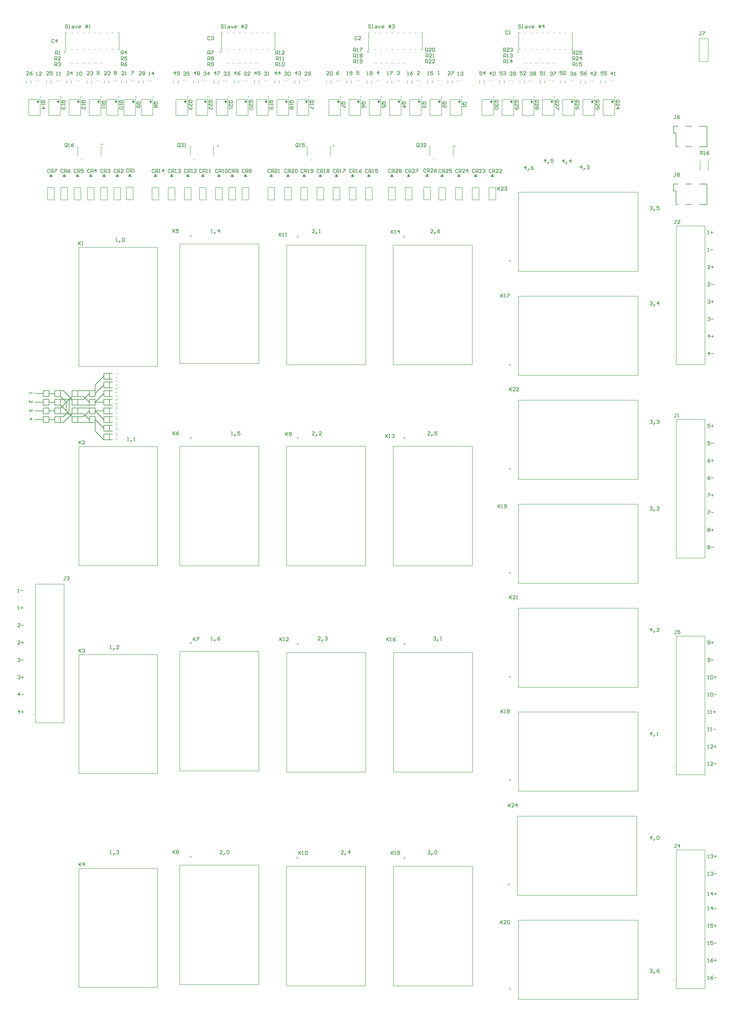
<source format=gto>
G04*
G04 #@! TF.GenerationSoftware,Altium Limited,Altium Designer,22.7.1 (60)*
G04*
G04 Layer_Color=65535*
%FSLAX44Y44*%
%MOMM*%
G71*
G04*
G04 #@! TF.SameCoordinates,AB4C0C0C-5A6A-49D6-917B-20FAC0EBF4F7*
G04*
G04*
G04 #@! TF.FilePolarity,Positive*
G04*
G01*
G75*
%ADD10C,0.2000*%
%ADD11C,0.2500*%
%ADD12C,0.5000*%
%ADD13C,0.2540*%
%ADD14C,0.1524*%
%ADD15C,0.1270*%
%ADD16C,0.0762*%
%ADD17C,0.1016*%
G36*
X325755Y3785616D02*
Y3783076D01*
X321945D01*
Y3785616D01*
X325755D01*
D02*
G37*
G36*
X821055D02*
Y3783076D01*
X817245D01*
Y3785616D01*
X821055D01*
D02*
G37*
G36*
X1335405Y3783774D02*
Y3781234D01*
X1331595D01*
Y3783774D01*
X1335405D01*
D02*
G37*
G36*
X1875155Y3785616D02*
Y3783076D01*
X1871345D01*
Y3785616D01*
X1875155D01*
D02*
G37*
D10*
X3049000Y4321800D02*
G03*
X3049000Y4321800I-1000J0D01*
G01*
X109100Y1346200D02*
G03*
X109100Y1346200I-1000J0D01*
G01*
X2928500Y2070100D02*
G03*
X2928500Y2070100I-1000J0D01*
G01*
Y2921000D02*
G03*
X2928500Y2921000I-1000J0D01*
G01*
Y177800D02*
G03*
X2928500Y177800I-1000J0D01*
G01*
Y1117600D02*
G03*
X2928500Y1117600I-1000J0D01*
G01*
X3038050Y4215300D02*
Y4315300D01*
X3077950Y4215300D02*
Y4315300D01*
X3038050Y4215300D02*
X3077950D01*
X3038050Y4315300D02*
X3077950D01*
X1735900Y4205900D02*
Y4209900D01*
X1743900Y4205900D02*
Y4209900D01*
X1710500Y4205900D02*
Y4209900D01*
X1718500Y4205900D02*
Y4209900D01*
X1685100Y4205900D02*
Y4209900D01*
X1693100Y4205900D02*
Y4209900D01*
X1659700Y4205900D02*
Y4209900D01*
X1667700Y4205900D02*
Y4209900D01*
X1634300Y4205900D02*
Y4209900D01*
X1642300Y4205900D02*
Y4209900D01*
X1608900Y4205900D02*
Y4209900D01*
X1616900Y4205900D02*
Y4209900D01*
X2370900Y4205900D02*
Y4209900D01*
X2378900Y4205900D02*
Y4209900D01*
X2396300Y4205900D02*
Y4209900D01*
X2404300Y4205900D02*
Y4209900D01*
X986600Y4205900D02*
Y4209900D01*
X994600Y4205900D02*
Y4209900D01*
X961200Y4205900D02*
Y4209900D01*
X969200Y4205900D02*
Y4209900D01*
X1088200Y4205900D02*
Y4209900D01*
X1096200Y4205900D02*
Y4209900D01*
X2353500Y4205900D02*
Y4209900D01*
X2345500Y4205900D02*
Y4209900D01*
X359600Y4205900D02*
Y4209900D01*
X351600Y4205900D02*
Y4209900D01*
X2269300Y4205900D02*
Y4209900D01*
X2277300Y4205900D02*
Y4209900D01*
X2294700Y4205900D02*
Y4209900D01*
X2302700Y4205900D02*
Y4209900D01*
X2320100Y4205900D02*
Y4209900D01*
X2328100Y4205900D02*
Y4209900D01*
X1012000Y4205900D02*
Y4209900D01*
X1020000Y4205900D02*
Y4209900D01*
X1037400Y4205900D02*
Y4209900D01*
X1045400Y4205900D02*
Y4209900D01*
X1062800Y4205900D02*
Y4209900D01*
X1070800Y4205900D02*
Y4209900D01*
X377000Y4205900D02*
Y4209900D01*
X385000Y4205900D02*
Y4209900D01*
X402400Y4205900D02*
Y4209900D01*
X410400Y4205900D02*
Y4209900D01*
X275400Y4205900D02*
Y4209900D01*
X283400Y4205900D02*
Y4209900D01*
X300800Y4205900D02*
Y4209900D01*
X308800Y4205900D02*
Y4209900D01*
X326200Y4205900D02*
Y4209900D01*
X334200Y4205900D02*
Y4209900D01*
X139800Y3978200D02*
Y4048200D01*
X88800Y3978200D02*
X139800D01*
X88800D02*
Y4048200D01*
X139800D01*
X228700Y3978200D02*
Y4048200D01*
X177700Y3978200D02*
X228700D01*
X177700D02*
Y4048200D01*
X228700D01*
X317600Y3978200D02*
Y4048200D01*
X266600Y3978200D02*
X317600D01*
X266600D02*
Y4048200D01*
X317600D01*
X406500Y3978200D02*
Y4048200D01*
X355500Y3978200D02*
X406500D01*
X355500D02*
Y4048200D01*
X406500D01*
X558900Y3978200D02*
Y4048200D01*
X507900Y3978200D02*
X558900D01*
X507900D02*
Y4048200D01*
X558900D01*
X635100Y3978200D02*
Y4048200D01*
X584100Y3978200D02*
X635100D01*
X584100D02*
Y4048200D01*
X635100D01*
X482700Y3978200D02*
Y4048200D01*
X431700Y3978200D02*
X482700D01*
X431700D02*
Y4048200D01*
X482700D01*
X787500Y3978200D02*
Y4048200D01*
X736500Y3978200D02*
X787500D01*
X736500D02*
Y4048200D01*
X787500D01*
X876400Y3978200D02*
Y4048200D01*
X825400Y3978200D02*
X876400D01*
X825400D02*
Y4048200D01*
X876400D01*
X965300Y3978200D02*
Y4048200D01*
X914300Y3978200D02*
X965300D01*
X914300D02*
Y4048200D01*
X965300D01*
X1054200Y3978200D02*
Y4048200D01*
X1003200Y3978200D02*
X1054200D01*
X1003200D02*
Y4048200D01*
X1054200D01*
X1143100Y3978200D02*
Y4048200D01*
X1092100Y3978200D02*
X1143100D01*
X1092100D02*
Y4048200D01*
X1143100D01*
X1232000Y3978200D02*
Y4048200D01*
X1181000Y3978200D02*
X1232000D01*
X1181000D02*
Y4048200D01*
X1232000D01*
X1320900Y3978200D02*
Y4048200D01*
X1269900Y3978200D02*
X1320900D01*
X1269900D02*
Y4048200D01*
X1320900D01*
X1460600Y3978200D02*
Y4048200D01*
X1409600Y3978200D02*
X1460600D01*
X1409600D02*
Y4048200D01*
X1460600D01*
X1549500Y3978200D02*
Y4048200D01*
X1498500Y3978200D02*
X1549500D01*
X1498500D02*
Y4048200D01*
X1549500D01*
X1638400Y3978200D02*
Y4048200D01*
X1587400Y3978200D02*
X1638400D01*
X1587400D02*
Y4048200D01*
X1638400D01*
X1727300Y3978200D02*
Y4048200D01*
X1676300Y3978200D02*
X1727300D01*
X1676300D02*
Y4048200D01*
X1727300D01*
X1816200Y3978200D02*
Y4048200D01*
X1765200Y3978200D02*
X1816200D01*
X1765200D02*
Y4048200D01*
X1816200D01*
X1905100Y3978200D02*
Y4048200D01*
X1854100Y3978200D02*
X1905100D01*
X1854100D02*
Y4048200D01*
X1905100D01*
X1994000Y3978200D02*
Y4048200D01*
X1943000Y3978200D02*
X1994000D01*
X1943000D02*
Y4048200D01*
X1994000D01*
X2133700Y3978200D02*
Y4048200D01*
X2082700Y3978200D02*
X2133700D01*
X2082700D02*
Y4048200D01*
X2133700D01*
X2222600Y3978200D02*
Y4048200D01*
X2171600Y3978200D02*
X2222600D01*
X2171600D02*
Y4048200D01*
X2222600D01*
X2311500Y3978200D02*
Y4048200D01*
X2260500Y3978200D02*
X2311500D01*
X2260500D02*
Y4048200D01*
X2311500D01*
X2400400Y3978200D02*
Y4048200D01*
X2349400Y3978200D02*
X2400400D01*
X2349400D02*
Y4048200D01*
X2400400D01*
X2489300Y3978200D02*
Y4048200D01*
X2438300Y3978200D02*
X2489300D01*
X2438300D02*
Y4048200D01*
X2489300D01*
X2578200Y3978200D02*
Y4048200D01*
X2527200Y3978200D02*
X2578200D01*
X2527200D02*
Y4048200D01*
X2578200D01*
X2667100Y3978200D02*
Y4048200D01*
X2616100Y3978200D02*
X2667100D01*
X2616100D02*
Y4048200D01*
X2667100D01*
D11*
X141750Y4059200D02*
G03*
X141750Y4059200I-1250J0D01*
G01*
X230650D02*
G03*
X230650Y4059200I-1250J0D01*
G01*
X319550D02*
G03*
X319550Y4059200I-1250J0D01*
G01*
X408450D02*
G03*
X408450Y4059200I-1250J0D01*
G01*
X560850D02*
G03*
X560850Y4059200I-1250J0D01*
G01*
X637050D02*
G03*
X637050Y4059200I-1250J0D01*
G01*
X484650D02*
G03*
X484650Y4059200I-1250J0D01*
G01*
X789450D02*
G03*
X789450Y4059200I-1250J0D01*
G01*
X878350D02*
G03*
X878350Y4059200I-1250J0D01*
G01*
X967250D02*
G03*
X967250Y4059200I-1250J0D01*
G01*
X1056150D02*
G03*
X1056150Y4059200I-1250J0D01*
G01*
X1145050D02*
G03*
X1145050Y4059200I-1250J0D01*
G01*
X1233950D02*
G03*
X1233950Y4059200I-1250J0D01*
G01*
X1322850D02*
G03*
X1322850Y4059200I-1250J0D01*
G01*
X1462550D02*
G03*
X1462550Y4059200I-1250J0D01*
G01*
X1551450D02*
G03*
X1551450Y4059200I-1250J0D01*
G01*
X1640350D02*
G03*
X1640350Y4059200I-1250J0D01*
G01*
X1729250D02*
G03*
X1729250Y4059200I-1250J0D01*
G01*
X1818150D02*
G03*
X1818150Y4059200I-1250J0D01*
G01*
X1907050D02*
G03*
X1907050Y4059200I-1250J0D01*
G01*
X1995950D02*
G03*
X1995950Y4059200I-1250J0D01*
G01*
X2135650D02*
G03*
X2135650Y4059200I-1250J0D01*
G01*
X2224550D02*
G03*
X2224550Y4059200I-1250J0D01*
G01*
X2313450D02*
G03*
X2313450Y4059200I-1250J0D01*
G01*
X2402350D02*
G03*
X2402350Y4059200I-1250J0D01*
G01*
X2491250D02*
G03*
X2491250Y4059200I-1250J0D01*
G01*
X2580150D02*
G03*
X2580150Y4059200I-1250J0D01*
G01*
X2669050D02*
G03*
X2669050Y4059200I-1250J0D01*
G01*
D12*
X132300Y4038700D02*
G03*
X132300Y4038700I-2500J0D01*
G01*
X221200D02*
G03*
X221200Y4038700I-2500J0D01*
G01*
X310100D02*
G03*
X310100Y4038700I-2500J0D01*
G01*
X399000D02*
G03*
X399000Y4038700I-2500J0D01*
G01*
X551400D02*
G03*
X551400Y4038700I-2500J0D01*
G01*
X627600D02*
G03*
X627600Y4038700I-2500J0D01*
G01*
X475200D02*
G03*
X475200Y4038700I-2500J0D01*
G01*
X780000D02*
G03*
X780000Y4038700I-2500J0D01*
G01*
X868900D02*
G03*
X868900Y4038700I-2500J0D01*
G01*
X957800D02*
G03*
X957800Y4038700I-2500J0D01*
G01*
X1046700D02*
G03*
X1046700Y4038700I-2500J0D01*
G01*
X1135600D02*
G03*
X1135600Y4038700I-2500J0D01*
G01*
X1224500D02*
G03*
X1224500Y4038700I-2500J0D01*
G01*
X1313400D02*
G03*
X1313400Y4038700I-2500J0D01*
G01*
X1453100D02*
G03*
X1453100Y4038700I-2500J0D01*
G01*
X1542000D02*
G03*
X1542000Y4038700I-2500J0D01*
G01*
X1630900D02*
G03*
X1630900Y4038700I-2500J0D01*
G01*
X1719800D02*
G03*
X1719800Y4038700I-2500J0D01*
G01*
X1808700D02*
G03*
X1808700Y4038700I-2500J0D01*
G01*
X1897600D02*
G03*
X1897600Y4038700I-2500J0D01*
G01*
X1986500D02*
G03*
X1986500Y4038700I-2500J0D01*
G01*
X2126200D02*
G03*
X2126200Y4038700I-2500J0D01*
G01*
X2215100D02*
G03*
X2215100Y4038700I-2500J0D01*
G01*
X2304000D02*
G03*
X2304000Y4038700I-2500J0D01*
G01*
X2392900D02*
G03*
X2392900Y4038700I-2500J0D01*
G01*
X2481800D02*
G03*
X2481800Y4038700I-2500J0D01*
G01*
X2570700D02*
G03*
X2570700Y4038700I-2500J0D01*
G01*
X2659600D02*
G03*
X2659600Y4038700I-2500J0D01*
G01*
D13*
X177800Y2743200D02*
Y2768600D01*
X152400Y2743200D02*
Y2768600D01*
X177800D01*
X152400Y2743200D02*
X177800D01*
X304800D02*
Y2768600D01*
X279400Y2743200D02*
Y2768600D01*
X304800D01*
X279400Y2743200D02*
X304800D01*
X228600Y2705100D02*
Y2730500D01*
X203200Y2705100D02*
Y2730500D01*
X228600D01*
X203200Y2705100D02*
X228600D01*
X444500Y2590800D02*
Y2616200D01*
X419100Y2590800D02*
Y2616200D01*
X444500D01*
X419100Y2590800D02*
X444500D01*
X304800Y2705100D02*
Y2730500D01*
X279400Y2705100D02*
Y2730500D01*
X304800D01*
X279400Y2705100D02*
X304800D01*
X381000D02*
Y2730500D01*
X355600Y2705100D02*
Y2730500D01*
X381000D01*
X355600Y2705100D02*
X381000D01*
X444500D02*
Y2730500D01*
X419100Y2705100D02*
Y2730500D01*
X444500D01*
X419100Y2705100D02*
X444500D01*
X177800D02*
Y2730500D01*
X152400Y2705100D02*
Y2730500D01*
X177800D01*
X152400Y2705100D02*
X177800D01*
X381000Y2743200D02*
Y2768600D01*
X355600Y2743200D02*
Y2768600D01*
X381000D01*
X355600Y2743200D02*
X381000D01*
X444500Y2781300D02*
Y2806700D01*
X419100Y2781300D02*
Y2806700D01*
X444500D01*
X419100Y2781300D02*
X444500D01*
Y2667000D02*
Y2692400D01*
X419100Y2667000D02*
Y2692400D01*
X444500D01*
X419100Y2667000D02*
X444500D01*
X304800Y2628900D02*
Y2654300D01*
X279400Y2628900D02*
Y2654300D01*
X304800D01*
X279400Y2628900D02*
X304800D01*
X381000D02*
Y2654300D01*
X355600Y2628900D02*
Y2654300D01*
X381000D01*
X355600Y2628900D02*
X381000D01*
X228600D02*
Y2654300D01*
X203200Y2628900D02*
Y2654300D01*
X228600D01*
X203200Y2628900D02*
X228600D01*
Y2743200D02*
Y2768600D01*
X203200Y2743200D02*
Y2768600D01*
X228600D01*
X203200Y2743200D02*
X228600D01*
X444500Y2552700D02*
Y2578100D01*
X419100Y2552700D02*
Y2578100D01*
X444500D01*
X419100Y2552700D02*
X444500D01*
Y2819400D02*
Y2844800D01*
X419100Y2819400D02*
Y2844800D01*
X444500D01*
X419100Y2819400D02*
X444500D01*
Y2743200D02*
Y2768600D01*
X419100Y2743200D02*
Y2768600D01*
X444500D01*
X419100Y2743200D02*
X444500D01*
X177800Y2667000D02*
Y2692400D01*
X152400Y2667000D02*
Y2692400D01*
X177800D01*
X152400Y2667000D02*
X177800D01*
Y2628900D02*
Y2654300D01*
X152400Y2628900D02*
Y2654300D01*
X177800D01*
X152400Y2628900D02*
X177800D01*
X228600Y2667000D02*
Y2692400D01*
X203200Y2667000D02*
Y2692400D01*
X228600D01*
X203200Y2667000D02*
X228600D01*
X304800D02*
Y2692400D01*
X279400Y2667000D02*
Y2692400D01*
X304800D01*
X279400Y2667000D02*
X304800D01*
X444500Y2628900D02*
Y2654300D01*
X419100Y2628900D02*
Y2654300D01*
X444500D01*
X419100Y2628900D02*
X444500D01*
X381000Y2667000D02*
Y2692400D01*
X355600Y2667000D02*
Y2692400D01*
X381000D01*
X355600Y2667000D02*
X381000D01*
X444500Y2552700D02*
X457200D01*
X444500Y2578100D02*
X457200D01*
X444500Y2590800D02*
X457200D01*
X444500Y2616200D02*
X457200D01*
X444500Y2628900D02*
X457200D01*
X444500Y2654300D02*
X457200D01*
X444500Y2667000D02*
X457200D01*
X444500Y2692400D02*
X457200D01*
X444500Y2705100D02*
X457200D01*
X444500Y2730500D02*
X457200D01*
X444500Y2743200D02*
X457200D01*
X444500Y2768600D02*
X457200D01*
X444500Y2781300D02*
X457200D01*
X444500Y2806700D02*
X457200D01*
X444500Y2819400D02*
X457200D01*
X444500Y2844800D02*
X457200D01*
X381000Y2590800D02*
X419100Y2552700D01*
X381000Y2590800D02*
Y2603500D01*
X330200Y2667000D02*
X355600Y2641600D01*
X304800Y2667000D02*
X330200D01*
Y2654300D02*
X355600Y2679700D01*
X304800Y2654300D02*
X330200D01*
X304800Y2692400D02*
X355600D01*
X304800Y2628900D02*
X355600D01*
X228600Y2692400D02*
X266700Y2730500D01*
X279400Y2743200D01*
X266700Y2679700D02*
Y2730500D01*
X241300Y2654300D02*
X266700Y2679700D01*
X228600Y2654300D02*
X241300D01*
X266700Y2730500D02*
X279400D01*
X228600Y2768600D02*
X241300D01*
X279400Y2730500D01*
X241300Y2628900D02*
X279400Y2667000D01*
X228600Y2628900D02*
X241300D01*
X228600Y2667000D02*
X279400D01*
X228600Y2730500D02*
X266700D01*
X228600Y2705100D02*
X254000Y2679700D01*
X228600Y2743200D02*
X254000Y2717800D01*
Y2679700D02*
Y2717800D01*
Y2679700D02*
X279400Y2654300D01*
X381000Y2717800D02*
X419100D01*
X381000D02*
X419100Y2755900D01*
X304800Y2743200D02*
X317500D01*
X330200D02*
X355600Y2717800D01*
X317500Y2743200D02*
X330200D01*
Y2730500D02*
X355600Y2755900D01*
X304800Y2730500D02*
X330200D01*
X304800Y2705100D02*
X355600D01*
X304800Y2768600D02*
X355600D01*
X381000Y2603500D02*
Y2641600D01*
X419100Y2603500D01*
X381000Y2679700D02*
X419100Y2641600D01*
X381000Y2679700D02*
X419100D01*
X381000Y2755900D02*
X419100Y2794000D01*
X381000D02*
X419100Y2832100D01*
X381000Y2755900D02*
Y2794000D01*
X177800Y2755900D02*
X203200D01*
X177800Y2717800D02*
X203200D01*
X177800Y2679700D02*
X203200D01*
X177800Y2641600D02*
X203200D01*
X114300Y2755900D02*
X152400D01*
X114300Y2717800D02*
X152400D01*
X114300Y2679700D02*
X152400D01*
X114300Y2641600D02*
X152400D01*
X3039600Y3587200D02*
X3072600D01*
X2924600Y3647200D02*
Y3677200D01*
X3039600D02*
X3072600D01*
Y3587200D02*
Y3677200D01*
X2978600Y3587200D02*
X3005600D01*
X2936100D02*
X2944600D01*
X2924600Y3677200D02*
X2944600D01*
X2978600D02*
X3005600D01*
X2936100Y3587200D02*
Y3647200D01*
X2924600D02*
X2936100D01*
X3039600Y3841200D02*
X3072600D01*
X2924600Y3901200D02*
Y3931200D01*
X3039600D02*
X3072600D01*
Y3841200D02*
Y3931200D01*
X2978600Y3841200D02*
X3005600D01*
X2936100D02*
X2944600D01*
X2924600Y3931200D02*
X2944600D01*
X2978600D02*
X3005600D01*
X2936100Y3841200D02*
Y3901200D01*
X2924600D02*
X2936100D01*
X91548Y2760887D02*
Y2756655D01*
Y2758771D01*
X104244D01*
X102128Y2760887D01*
X91548Y2716452D02*
Y2724916D01*
X100012Y2716452D01*
X102128D01*
X104244Y2718568D01*
Y2722800D01*
X102128Y2724916D01*
Y2686828D02*
X104244Y2684712D01*
Y2680480D01*
X102128Y2678364D01*
X100012D01*
X97896Y2680480D01*
Y2682596D01*
Y2680480D01*
X95780Y2678364D01*
X93664D01*
X91548Y2680480D01*
Y2684712D01*
X93664Y2686828D01*
X91548Y2642392D02*
X104244D01*
X97896Y2648740D01*
Y2640276D01*
X2821940Y223514D02*
X2824479Y226053D01*
X2829557D01*
X2832097Y223514D01*
Y220975D01*
X2829557Y218436D01*
X2827018D01*
X2829557D01*
X2832097Y215897D01*
Y213358D01*
X2829557Y210818D01*
X2824479D01*
X2821940Y213358D01*
X2839714Y208279D02*
X2842253Y210818D01*
Y213358D01*
X2839714D01*
Y210818D01*
X2842253D01*
X2839714Y208279D01*
X2837175Y205740D01*
X2862567Y226053D02*
X2857488Y223514D01*
X2852410Y218436D01*
Y213358D01*
X2854949Y210818D01*
X2860028D01*
X2862567Y213358D01*
Y215897D01*
X2860028Y218436D01*
X2852410D01*
X2829557Y795018D02*
Y810253D01*
X2821940Y802636D01*
X2832097D01*
X2839714Y792479D02*
X2842253Y795018D01*
Y797558D01*
X2839714D01*
Y795018D01*
X2842253D01*
X2839714Y792479D01*
X2837175Y789940D01*
X2852410Y807714D02*
X2854949Y810253D01*
X2860028D01*
X2862567Y807714D01*
Y797558D01*
X2860028Y795018D01*
X2854949D01*
X2852410Y797558D01*
Y807714D01*
X2829557Y1252218D02*
Y1267453D01*
X2821940Y1259836D01*
X2832097D01*
X2839714Y1249679D02*
X2842253Y1252218D01*
Y1254758D01*
X2839714D01*
Y1252218D01*
X2842253D01*
X2839714Y1249679D01*
X2837175Y1247140D01*
X2852410Y1252218D02*
X2857488D01*
X2854949D01*
Y1267453D01*
X2852410Y1264914D01*
X2829557Y1709418D02*
Y1724653D01*
X2821940Y1717036D01*
X2832097D01*
X2839714Y1706879D02*
X2842253Y1709418D01*
Y1711958D01*
X2839714D01*
Y1709418D01*
X2842253D01*
X2839714Y1706879D01*
X2837175Y1704340D01*
X2862567Y1709418D02*
X2852410D01*
X2862567Y1719575D01*
Y1722114D01*
X2860028Y1724653D01*
X2854949D01*
X2852410Y1722114D01*
X2821940Y2255514D02*
X2824479Y2258053D01*
X2829557D01*
X2832097Y2255514D01*
Y2252975D01*
X2829557Y2250436D01*
X2827018D01*
X2829557D01*
X2832097Y2247897D01*
Y2245358D01*
X2829557Y2242818D01*
X2824479D01*
X2821940Y2245358D01*
X2839714Y2240279D02*
X2842253Y2242818D01*
Y2245358D01*
X2839714D01*
Y2242818D01*
X2842253D01*
X2839714Y2240279D01*
X2837175Y2237740D01*
X2862567Y2242818D02*
X2852410D01*
X2862567Y2252975D01*
Y2255514D01*
X2860028Y2258053D01*
X2854949D01*
X2852410Y2255514D01*
X2821940Y2636514D02*
X2824479Y2639053D01*
X2829557D01*
X2832097Y2636514D01*
Y2633975D01*
X2829557Y2631436D01*
X2827018D01*
X2829557D01*
X2832097Y2628897D01*
Y2626357D01*
X2829557Y2623818D01*
X2824479D01*
X2821940Y2626357D01*
X2839714Y2621279D02*
X2842253Y2623818D01*
Y2626357D01*
X2839714D01*
Y2623818D01*
X2842253D01*
X2839714Y2621279D01*
X2837175Y2618740D01*
X2852410Y2636514D02*
X2854949Y2639053D01*
X2860028D01*
X2862567Y2636514D01*
Y2633975D01*
X2860028Y2631436D01*
X2857488D01*
X2860028D01*
X2862567Y2628897D01*
Y2626357D01*
X2860028Y2623818D01*
X2854949D01*
X2852410Y2626357D01*
X2821940Y3157214D02*
X2824479Y3159753D01*
X2829557D01*
X2832097Y3157214D01*
Y3154675D01*
X2829557Y3152136D01*
X2827018D01*
X2829557D01*
X2832097Y3149597D01*
Y3147057D01*
X2829557Y3144518D01*
X2824479D01*
X2821940Y3147057D01*
X2839714Y3141979D02*
X2842253Y3144518D01*
Y3147057D01*
X2839714D01*
Y3144518D01*
X2842253D01*
X2839714Y3141979D01*
X2837175Y3139440D01*
X2860028Y3144518D02*
Y3159753D01*
X2852410Y3152136D01*
X2862567D01*
X2821940Y3576314D02*
X2824479Y3578853D01*
X2829557D01*
X2832097Y3576314D01*
Y3573775D01*
X2829557Y3571236D01*
X2827018D01*
X2829557D01*
X2832097Y3568697D01*
Y3566158D01*
X2829557Y3563618D01*
X2824479D01*
X2821940Y3566158D01*
X2839714Y3561079D02*
X2842253Y3563618D01*
Y3566158D01*
X2839714D01*
Y3563618D01*
X2842253D01*
X2839714Y3561079D01*
X2837175Y3558540D01*
X2862567Y3578853D02*
X2852410D01*
Y3571236D01*
X2857488Y3573775D01*
X2860028D01*
X2862567Y3571236D01*
Y3566158D01*
X2860028Y3563618D01*
X2854949D01*
X2852410Y3566158D01*
X1844040Y744214D02*
X1846579Y746753D01*
X1851658D01*
X1854197Y744214D01*
Y741675D01*
X1851658Y739136D01*
X1849118D01*
X1851658D01*
X1854197Y736597D01*
Y734057D01*
X1851658Y731518D01*
X1846579D01*
X1844040Y734057D01*
X1861814Y728979D02*
X1864353Y731518D01*
Y734057D01*
X1861814D01*
Y731518D01*
X1864353D01*
X1861814Y728979D01*
X1859275Y726440D01*
X1874510Y744214D02*
X1877049Y746753D01*
X1882128D01*
X1884667Y744214D01*
Y734057D01*
X1882128Y731518D01*
X1877049D01*
X1874510Y734057D01*
Y744214D01*
X1869440Y1684014D02*
X1871979Y1686553D01*
X1877057D01*
X1879597Y1684014D01*
Y1681475D01*
X1877057Y1678936D01*
X1874518D01*
X1877057D01*
X1879597Y1676397D01*
Y1673858D01*
X1877057Y1671318D01*
X1871979D01*
X1869440Y1673858D01*
X1887214Y1668779D02*
X1889753Y1671318D01*
Y1673858D01*
X1887214D01*
Y1671318D01*
X1889753D01*
X1887214Y1668779D01*
X1884675Y1666240D01*
X1899910Y1671318D02*
X1904989D01*
X1902449D01*
Y1686553D01*
X1899910Y1684014D01*
X1854197Y2573018D02*
X1844040D01*
X1854197Y2583175D01*
Y2585714D01*
X1851658Y2588253D01*
X1846579D01*
X1844040Y2585714D01*
X1861814Y2570479D02*
X1864353Y2573018D01*
Y2575558D01*
X1861814D01*
Y2573018D01*
X1864353D01*
X1861814Y2570479D01*
X1859275Y2567940D01*
X1884667Y2588253D02*
X1874510D01*
Y2580636D01*
X1879588Y2583175D01*
X1882128D01*
X1884667Y2580636D01*
Y2575558D01*
X1882128Y2573018D01*
X1877049D01*
X1874510Y2575558D01*
X1866897Y3462018D02*
X1856740D01*
X1866897Y3472175D01*
Y3474714D01*
X1864357Y3477253D01*
X1859279D01*
X1856740Y3474714D01*
X1874514Y3459479D02*
X1877053Y3462018D01*
Y3464557D01*
X1874514D01*
Y3462018D01*
X1877053D01*
X1874514Y3459479D01*
X1871975Y3456940D01*
X1897367Y3477253D02*
X1892289Y3474714D01*
X1887210Y3469636D01*
Y3464557D01*
X1889749Y3462018D01*
X1894828D01*
X1897367Y3464557D01*
Y3467097D01*
X1894828Y3469636D01*
X1887210D01*
X1473197Y731518D02*
X1463040D01*
X1473197Y741675D01*
Y744214D01*
X1470658Y746753D01*
X1465579D01*
X1463040Y744214D01*
X1480814Y728979D02*
X1483353Y731518D01*
Y734057D01*
X1480814D01*
Y731518D01*
X1483353D01*
X1480814Y728979D01*
X1478275Y726440D01*
X1501128Y731518D02*
Y746753D01*
X1493510Y739136D01*
X1503667D01*
X1371597Y1671318D02*
X1361440D01*
X1371597Y1681475D01*
Y1684014D01*
X1369057Y1686553D01*
X1363979D01*
X1361440Y1684014D01*
X1379214Y1668779D02*
X1381753Y1671318D01*
Y1673858D01*
X1379214D01*
Y1671318D01*
X1381753D01*
X1379214Y1668779D01*
X1376675Y1666240D01*
X1391910Y1684014D02*
X1394449Y1686553D01*
X1399528D01*
X1402067Y1684014D01*
Y1681475D01*
X1399528Y1678936D01*
X1396989D01*
X1399528D01*
X1402067Y1676397D01*
Y1673858D01*
X1399528Y1671318D01*
X1394449D01*
X1391910Y1673858D01*
X1346197Y2573018D02*
X1336040D01*
X1346197Y2583175D01*
Y2585714D01*
X1343658Y2588253D01*
X1338579D01*
X1336040Y2585714D01*
X1353814Y2570479D02*
X1356353Y2573018D01*
Y2575558D01*
X1353814D01*
Y2573018D01*
X1356353D01*
X1353814Y2570479D01*
X1351275Y2567940D01*
X1376667Y2573018D02*
X1366510D01*
X1376667Y2583175D01*
Y2585714D01*
X1374128Y2588253D01*
X1369049D01*
X1366510Y2585714D01*
X1346197Y3462018D02*
X1336040D01*
X1346197Y3472175D01*
Y3474714D01*
X1343658Y3477253D01*
X1338579D01*
X1336040Y3474714D01*
X1353814Y3459479D02*
X1356353Y3462018D01*
Y3464557D01*
X1353814D01*
Y3462018D01*
X1356353D01*
X1353814Y3459479D01*
X1351275Y3456940D01*
X1366510Y3462018D02*
X1371588D01*
X1369049D01*
Y3477253D01*
X1366510Y3474714D01*
X939797Y731518D02*
X929640D01*
X939797Y741675D01*
Y744214D01*
X937258Y746753D01*
X932179D01*
X929640Y744214D01*
X947414Y728979D02*
X949953Y731518D01*
Y734057D01*
X947414D01*
Y731518D01*
X949953D01*
X947414Y728979D01*
X944875Y726440D01*
X960110Y744214D02*
X962649Y746753D01*
X967728D01*
X970267Y744214D01*
Y734057D01*
X967728Y731518D01*
X962649D01*
X960110Y734057D01*
Y744214D01*
X891540Y1671318D02*
X896618D01*
X894079D01*
Y1686553D01*
X891540Y1684014D01*
X906775Y1668779D02*
X909314Y1671318D01*
Y1673858D01*
X906775D01*
Y1671318D01*
X909314D01*
X906775Y1668779D01*
X904236Y1666240D01*
X929628Y1686553D02*
X924549Y1684014D01*
X919471Y1678936D01*
Y1673858D01*
X922010Y1671318D01*
X927088D01*
X929628Y1673858D01*
Y1676397D01*
X927088Y1678936D01*
X919471D01*
X980440Y2573018D02*
X985518D01*
X982979D01*
Y2588253D01*
X980440Y2585714D01*
X995675Y2570479D02*
X998214Y2573018D01*
Y2575558D01*
X995675D01*
Y2573018D01*
X998214D01*
X995675Y2570479D01*
X993136Y2567940D01*
X1018528Y2588253D02*
X1008371D01*
Y2580636D01*
X1013449Y2583175D01*
X1015988D01*
X1018528Y2580636D01*
Y2575558D01*
X1015988Y2573018D01*
X1010910D01*
X1008371Y2575558D01*
X891540Y3462018D02*
X896618D01*
X894079D01*
Y3477253D01*
X891540Y3474714D01*
X906775Y3459479D02*
X909314Y3462018D01*
Y3464557D01*
X906775D01*
Y3462018D01*
X909314D01*
X906775Y3459479D01*
X904236Y3456940D01*
X927088Y3462018D02*
Y3477253D01*
X919471Y3469636D01*
X929628D01*
X447040Y731518D02*
X452118D01*
X449579D01*
Y746753D01*
X447040Y744214D01*
X462275Y728979D02*
X464814Y731518D01*
Y734057D01*
X462275D01*
Y731518D01*
X464814D01*
X462275Y728979D01*
X459736Y726440D01*
X474971Y744214D02*
X477510Y746753D01*
X482589D01*
X485128Y744214D01*
Y741675D01*
X482589Y739136D01*
X480049D01*
X482589D01*
X485128Y736597D01*
Y734057D01*
X482589Y731518D01*
X477510D01*
X474971Y734057D01*
X447040Y1633218D02*
X452118D01*
X449579D01*
Y1648453D01*
X447040Y1645914D01*
X462275Y1630679D02*
X464814Y1633218D01*
Y1635757D01*
X462275D01*
Y1633218D01*
X464814D01*
X462275Y1630679D01*
X459736Y1628140D01*
X485128Y1633218D02*
X474971D01*
X485128Y1643375D01*
Y1645914D01*
X482589Y1648453D01*
X477510D01*
X474971Y1645914D01*
X523240Y2547618D02*
X528318D01*
X525779D01*
Y2562853D01*
X523240Y2560314D01*
X538475Y2545079D02*
X541014Y2547618D01*
Y2550157D01*
X538475D01*
Y2547618D01*
X541014D01*
X538475Y2545079D01*
X535936Y2542540D01*
X551171Y2547618D02*
X556249D01*
X553710D01*
Y2562853D01*
X551171Y2560314D01*
X472440Y3423918D02*
X477518D01*
X474979D01*
Y3439153D01*
X472440Y3436614D01*
X487675Y3421379D02*
X490214Y3423918D01*
Y3426458D01*
X487675D01*
Y3423918D01*
X490214D01*
X487675Y3421379D01*
X485136Y3418840D01*
X500371Y3436614D02*
X502910Y3439153D01*
X507989D01*
X510528Y3436614D01*
Y3426458D01*
X507989Y3423918D01*
X502910D01*
X500371Y3426458D01*
Y3436614D01*
X48257Y1348740D02*
Y1363975D01*
X40640Y1356358D01*
X50797D01*
X55875D02*
X66032D01*
X60953Y1361436D02*
Y1351279D01*
X48257Y1424940D02*
Y1440175D01*
X40640Y1432558D01*
X50797D01*
X55875D02*
X66032D01*
X40640Y1513836D02*
X43179Y1516375D01*
X48257D01*
X50797Y1513836D01*
Y1511297D01*
X48257Y1508757D01*
X45718D01*
X48257D01*
X50797Y1506218D01*
Y1503679D01*
X48257Y1501140D01*
X43179D01*
X40640Y1503679D01*
X55875Y1508757D02*
X66032D01*
X60953Y1513836D02*
Y1503679D01*
X40640Y1590036D02*
X43179Y1592575D01*
X48257D01*
X50797Y1590036D01*
Y1587497D01*
X48257Y1584957D01*
X45718D01*
X48257D01*
X50797Y1582418D01*
Y1579879D01*
X48257Y1577340D01*
X43179D01*
X40640Y1579879D01*
X55875Y1584957D02*
X66032D01*
X50797Y1653540D02*
X40640D01*
X50797Y1663697D01*
Y1666236D01*
X48257Y1668775D01*
X43179D01*
X40640Y1666236D01*
X55875Y1661158D02*
X66032D01*
X60953Y1666236D02*
Y1656079D01*
X50797Y1729740D02*
X40640D01*
X50797Y1739897D01*
Y1742436D01*
X48257Y1744975D01*
X43179D01*
X40640Y1742436D01*
X55875Y1737357D02*
X66032D01*
X40640Y1805940D02*
X45718D01*
X43179D01*
Y1821175D01*
X40640Y1818636D01*
X53336Y1813557D02*
X63493D01*
X58414Y1818636D02*
Y1808479D01*
X40640Y1882140D02*
X45718D01*
X43179D01*
Y1897375D01*
X40640Y1894836D01*
X53336Y1889758D02*
X63493D01*
X3075940Y180340D02*
X3081018D01*
X3078479D01*
Y195575D01*
X3075940Y193036D01*
X3098793Y195575D02*
X3093714Y193036D01*
X3088636Y187957D01*
Y182879D01*
X3091175Y180340D01*
X3096253D01*
X3098793Y182879D01*
Y185418D01*
X3096253Y187957D01*
X3088636D01*
X3103871D02*
X3114028D01*
X3075940Y256540D02*
X3081018D01*
X3078479D01*
Y271775D01*
X3075940Y269236D01*
X3098793Y271775D02*
X3093714Y269236D01*
X3088636Y264158D01*
Y259079D01*
X3091175Y256540D01*
X3096253D01*
X3098793Y259079D01*
Y261618D01*
X3096253Y264158D01*
X3088636D01*
X3103871D02*
X3114028D01*
X3108949Y269236D02*
Y259079D01*
X3075940Y332740D02*
X3081018D01*
X3078479D01*
Y347975D01*
X3075940Y345436D01*
X3098793Y347975D02*
X3088636D01*
Y340358D01*
X3093714Y342897D01*
X3096253D01*
X3098793Y340358D01*
Y335279D01*
X3096253Y332740D01*
X3091175D01*
X3088636Y335279D01*
X3103871Y340358D02*
X3114028D01*
X3075940Y408940D02*
X3081018D01*
X3078479D01*
Y424175D01*
X3075940Y421636D01*
X3098793Y424175D02*
X3088636D01*
Y416558D01*
X3093714Y419097D01*
X3096253D01*
X3098793Y416558D01*
Y411479D01*
X3096253Y408940D01*
X3091175D01*
X3088636Y411479D01*
X3103871Y416558D02*
X3114028D01*
X3108949Y421636D02*
Y411479D01*
X3075940Y485140D02*
X3081018D01*
X3078479D01*
Y500375D01*
X3075940Y497836D01*
X3096253Y485140D02*
Y500375D01*
X3088636Y492757D01*
X3098793D01*
X3103871D02*
X3114028D01*
X3075940Y548640D02*
X3081018D01*
X3078479D01*
Y563875D01*
X3075940Y561336D01*
X3096253Y548640D02*
Y563875D01*
X3088636Y556258D01*
X3098793D01*
X3103871D02*
X3114028D01*
X3108949Y561336D02*
Y551179D01*
X3075940Y637540D02*
X3081018D01*
X3078479D01*
Y652775D01*
X3075940Y650236D01*
X3088636D02*
X3091175Y652775D01*
X3096253D01*
X3098793Y650236D01*
Y647697D01*
X3096253Y645157D01*
X3093714D01*
X3096253D01*
X3098793Y642618D01*
Y640079D01*
X3096253Y637540D01*
X3091175D01*
X3088636Y640079D01*
X3103871Y645157D02*
X3114028D01*
X3075940Y713740D02*
X3081018D01*
X3078479D01*
Y728975D01*
X3075940Y726436D01*
X3088636D02*
X3091175Y728975D01*
X3096253D01*
X3098793Y726436D01*
Y723897D01*
X3096253Y721357D01*
X3093714D01*
X3096253D01*
X3098793Y718818D01*
Y716279D01*
X3096253Y713740D01*
X3091175D01*
X3088636Y716279D01*
X3103871Y721357D02*
X3114028D01*
X3108949Y726436D02*
Y716279D01*
X3075940Y1120140D02*
X3081018D01*
X3078479D01*
Y1135375D01*
X3075940Y1132836D01*
X3098793Y1120140D02*
X3088636D01*
X3098793Y1130297D01*
Y1132836D01*
X3096253Y1135375D01*
X3091175D01*
X3088636Y1132836D01*
X3103871Y1127757D02*
X3114028D01*
X3075940Y1196340D02*
X3081018D01*
X3078479D01*
Y1211575D01*
X3075940Y1209036D01*
X3098793Y1196340D02*
X3088636D01*
X3098793Y1206497D01*
Y1209036D01*
X3096253Y1211575D01*
X3091175D01*
X3088636Y1209036D01*
X3103871Y1203958D02*
X3114028D01*
X3108949Y1209036D02*
Y1198879D01*
X3075940Y1272540D02*
X3081018D01*
X3078479D01*
Y1287775D01*
X3075940Y1285236D01*
X3088636Y1272540D02*
X3093714D01*
X3091175D01*
Y1287775D01*
X3088636Y1285236D01*
X3101332Y1280157D02*
X3111489D01*
X3075940Y1348740D02*
X3081018D01*
X3078479D01*
Y1363975D01*
X3075940Y1361436D01*
X3088636Y1348740D02*
X3093714D01*
X3091175D01*
Y1363975D01*
X3088636Y1361436D01*
X3101332Y1356358D02*
X3111489D01*
X3106410Y1361436D02*
Y1351279D01*
X3075940Y1424940D02*
X3081018D01*
X3078479D01*
Y1440175D01*
X3075940Y1437636D01*
X3088636D02*
X3091175Y1440175D01*
X3096253D01*
X3098793Y1437636D01*
Y1427479D01*
X3096253Y1424940D01*
X3091175D01*
X3088636Y1427479D01*
Y1437636D01*
X3103871Y1432558D02*
X3114028D01*
X3075940Y1501140D02*
X3081018D01*
X3078479D01*
Y1516375D01*
X3075940Y1513836D01*
X3088636D02*
X3091175Y1516375D01*
X3096253D01*
X3098793Y1513836D01*
Y1503679D01*
X3096253Y1501140D01*
X3091175D01*
X3088636Y1503679D01*
Y1513836D01*
X3103871Y1508757D02*
X3114028D01*
X3108949Y1513836D02*
Y1503679D01*
X3075940Y1579879D02*
X3078479Y1577340D01*
X3083557D01*
X3086097Y1579879D01*
Y1590036D01*
X3083557Y1592575D01*
X3078479D01*
X3075940Y1590036D01*
Y1587497D01*
X3078479Y1584957D01*
X3086097D01*
X3091175D02*
X3101332D01*
X3075940Y1656079D02*
X3078479Y1653540D01*
X3083557D01*
X3086097Y1656079D01*
Y1666236D01*
X3083557Y1668775D01*
X3078479D01*
X3075940Y1666236D01*
Y1663697D01*
X3078479Y1661158D01*
X3086097D01*
X3091175D02*
X3101332D01*
X3096253Y1666236D02*
Y1656079D01*
X3086097Y2621275D02*
X3075940D01*
Y2613658D01*
X3081018Y2616197D01*
X3083557D01*
X3086097Y2613658D01*
Y2608579D01*
X3083557Y2606040D01*
X3078479D01*
X3075940Y2608579D01*
X3091175Y2613658D02*
X3101332D01*
X3096253Y2618736D02*
Y2608579D01*
X3075940Y2161536D02*
X3078479Y2164075D01*
X3083557D01*
X3086097Y2161536D01*
Y2158997D01*
X3083557Y2156458D01*
X3086097Y2153918D01*
Y2151379D01*
X3083557Y2148840D01*
X3078479D01*
X3075940Y2151379D01*
Y2153918D01*
X3078479Y2156458D01*
X3075940Y2158997D01*
Y2161536D01*
X3078479Y2156458D02*
X3083557D01*
X3091175D02*
X3101332D01*
X3096253Y2161536D02*
Y2151379D01*
X3075940Y2240275D02*
X3086097D01*
Y2237736D01*
X3075940Y2227579D01*
Y2225040D01*
X3091175Y2232657D02*
X3101332D01*
X3075940Y2316475D02*
X3086097D01*
Y2313936D01*
X3075940Y2303779D01*
Y2301240D01*
X3091175Y2308858D02*
X3101332D01*
X3096253Y2313936D02*
Y2303779D01*
X3086097Y2392675D02*
X3081018Y2390136D01*
X3075940Y2385058D01*
Y2379979D01*
X3078479Y2377440D01*
X3083557D01*
X3086097Y2379979D01*
Y2382518D01*
X3083557Y2385058D01*
X3075940D01*
X3091175D02*
X3101332D01*
X3086097Y2545075D02*
X3075940D01*
Y2537457D01*
X3081018Y2539997D01*
X3083557D01*
X3086097Y2537457D01*
Y2532379D01*
X3083557Y2529840D01*
X3078479D01*
X3075940Y2532379D01*
X3091175Y2537457D02*
X3101332D01*
X3086097Y2468875D02*
X3081018Y2466336D01*
X3075940Y2461257D01*
Y2456179D01*
X3078479Y2453640D01*
X3083557D01*
X3086097Y2456179D01*
Y2458718D01*
X3083557Y2461257D01*
X3075940D01*
X3091175D02*
X3101332D01*
X3096253Y2466336D02*
Y2456179D01*
X3075940Y2085336D02*
X3078479Y2087875D01*
X3083557D01*
X3086097Y2085336D01*
Y2082797D01*
X3083557Y2080258D01*
X3086097Y2077718D01*
Y2075179D01*
X3083557Y2072640D01*
X3078479D01*
X3075940Y2075179D01*
Y2077718D01*
X3078479Y2080258D01*
X3075940Y2082797D01*
Y2085336D01*
X3078479Y2080258D02*
X3083557D01*
X3091175D02*
X3101332D01*
X3075940Y3456940D02*
X3081018D01*
X3078479D01*
Y3472175D01*
X3075940Y3469636D01*
X3088636Y3464557D02*
X3098793D01*
X3093714Y3469636D02*
Y3459479D01*
X3075940Y3380740D02*
X3081018D01*
X3078479D01*
Y3395975D01*
X3075940Y3393436D01*
X3088636Y3388358D02*
X3098793D01*
X3086097Y3304540D02*
X3075940D01*
X3086097Y3314697D01*
Y3317236D01*
X3083557Y3319775D01*
X3078479D01*
X3075940Y3317236D01*
X3091175Y3312158D02*
X3101332D01*
X3096253Y3317236D02*
Y3307079D01*
X3086097Y3228340D02*
X3075940D01*
X3086097Y3238497D01*
Y3241036D01*
X3083557Y3243575D01*
X3078479D01*
X3075940Y3241036D01*
X3091175Y3235958D02*
X3101332D01*
X3075940Y3164836D02*
X3078479Y3167375D01*
X3083557D01*
X3086097Y3164836D01*
Y3162297D01*
X3083557Y3159757D01*
X3081018D01*
X3083557D01*
X3086097Y3157218D01*
Y3154679D01*
X3083557Y3152140D01*
X3078479D01*
X3075940Y3154679D01*
X3091175Y3159757D02*
X3101332D01*
X3096253Y3164836D02*
Y3154679D01*
X3075940Y3088636D02*
X3078479Y3091175D01*
X3083557D01*
X3086097Y3088636D01*
Y3086097D01*
X3083557Y3083557D01*
X3081018D01*
X3083557D01*
X3086097Y3081018D01*
Y3078479D01*
X3083557Y3075940D01*
X3078479D01*
X3075940Y3078479D01*
X3091175Y3083557D02*
X3101332D01*
X3083557Y2999740D02*
Y3014975D01*
X3075940Y3007357D01*
X3086097D01*
X3091175D02*
X3101332D01*
X3096253Y3012436D02*
Y3002279D01*
X3083557Y2923540D02*
Y2938775D01*
X3075940Y2931158D01*
X3086097D01*
X3091175D02*
X3101332D01*
X2521018Y3743169D02*
Y3758404D01*
X2513400Y3750787D01*
X2523557D01*
X2531175Y3740630D02*
X2533714Y3743169D01*
Y3745708D01*
X2531175D01*
Y3743169D01*
X2533714D01*
X2531175Y3740630D01*
X2528635Y3738091D01*
X2543871Y3755865D02*
X2546410Y3758404D01*
X2551488D01*
X2554027Y3755865D01*
Y3753326D01*
X2551488Y3750787D01*
X2548949D01*
X2551488D01*
X2554027Y3748247D01*
Y3745708D01*
X2551488Y3743169D01*
X2546410D01*
X2543871Y3745708D01*
X2442987Y3769330D02*
Y3784565D01*
X2435369Y3776947D01*
X2445526D01*
X2453143Y3766791D02*
X2455683Y3769330D01*
Y3771869D01*
X2453143D01*
Y3769330D01*
X2455683D01*
X2453143Y3766791D01*
X2450604Y3764252D01*
X2473457Y3769330D02*
Y3784565D01*
X2465839Y3776947D01*
X2475996D01*
X2362700Y3771134D02*
Y3786369D01*
X2355083Y3778752D01*
X2365239D01*
X2372857Y3768595D02*
X2375396Y3771134D01*
Y3773673D01*
X2372857D01*
Y3771134D01*
X2375396D01*
X2372857Y3768595D01*
X2370318Y3766056D01*
X2395710Y3786369D02*
X2385553D01*
Y3778752D01*
X2390631Y3781291D01*
X2393170D01*
X2395710Y3778752D01*
Y3773673D01*
X2393170Y3771134D01*
X2388092D01*
X2385553Y3773673D01*
X2275648Y3740463D02*
Y3755698D01*
X2268031Y3748080D01*
X2278187D01*
X2285805Y3737924D02*
X2288344Y3740463D01*
Y3743002D01*
X2285805D01*
Y3740463D01*
X2288344D01*
X2285805Y3737924D01*
X2283266Y3735385D01*
X2308658Y3755698D02*
X2303579Y3753159D01*
X2298501Y3748080D01*
Y3743002D01*
X2301040Y3740463D01*
X2306118D01*
X2308658Y3743002D01*
Y3745541D01*
X2306118Y3748080D01*
X2298501D01*
X3047997Y4346697D02*
X3042918D01*
X3045457D01*
Y4334001D01*
X3042918Y4331462D01*
X3040379D01*
X3037840Y4334001D01*
X3053075Y4346697D02*
X3063232D01*
Y4344158D01*
X3053075Y4334001D01*
Y4331462D01*
X2481587Y4246883D02*
Y4262118D01*
X2489204D01*
X2491743Y4259578D01*
Y4254500D01*
X2489204Y4251961D01*
X2481587D01*
X2486665D02*
X2491743Y4246883D01*
X2506978D02*
X2496822D01*
X2506978Y4257039D01*
Y4259578D01*
X2504439Y4262118D01*
X2499361D01*
X2496822Y4259578D01*
X2522213Y4262118D02*
X2512057D01*
Y4254500D01*
X2517135Y4257039D01*
X2519674D01*
X2522213Y4254500D01*
Y4249422D01*
X2519674Y4246883D01*
X2514596D01*
X2512057Y4249422D01*
X2481587Y4221483D02*
Y4236718D01*
X2489204D01*
X2491743Y4234178D01*
Y4229100D01*
X2489204Y4226561D01*
X2481587D01*
X2486665D02*
X2491743Y4221483D01*
X2506978D02*
X2496822D01*
X2506978Y4231639D01*
Y4234178D01*
X2504439Y4236718D01*
X2499361D01*
X2496822Y4234178D01*
X2519674Y4221483D02*
Y4236718D01*
X2512057Y4229100D01*
X2522213D01*
X2176787Y4259583D02*
Y4274818D01*
X2184404D01*
X2186943Y4272278D01*
Y4267200D01*
X2184404Y4264661D01*
X2176787D01*
X2181865D02*
X2186943Y4259583D01*
X2202178D02*
X2192022D01*
X2202178Y4269739D01*
Y4272278D01*
X2199639Y4274818D01*
X2194561D01*
X2192022Y4272278D01*
X2207257D02*
X2209796Y4274818D01*
X2214874D01*
X2217413Y4272278D01*
Y4269739D01*
X2214874Y4267200D01*
X2212335D01*
X2214874D01*
X2217413Y4264661D01*
Y4262122D01*
X2214874Y4259583D01*
X2209796D01*
X2207257Y4262122D01*
X1833887Y4208782D02*
Y4224018D01*
X1841504D01*
X1844043Y4221478D01*
Y4216400D01*
X1841504Y4213861D01*
X1833887D01*
X1838965D02*
X1844043Y4208782D01*
X1859278D02*
X1849122D01*
X1859278Y4218939D01*
Y4221478D01*
X1856739Y4224018D01*
X1851661D01*
X1849122Y4221478D01*
X1874513Y4208782D02*
X1864357D01*
X1874513Y4218939D01*
Y4221478D01*
X1871974Y4224018D01*
X1866896D01*
X1864357Y4221478D01*
X1836426Y4234182D02*
Y4249417D01*
X1844043D01*
X1846582Y4246878D01*
Y4241800D01*
X1844043Y4239261D01*
X1836426D01*
X1841504D02*
X1846582Y4234182D01*
X1861818D02*
X1851661D01*
X1861818Y4244339D01*
Y4246878D01*
X1859278Y4249417D01*
X1854200D01*
X1851661Y4246878D01*
X1866896Y4234182D02*
X1871974D01*
X1869435D01*
Y4249417D01*
X1866896Y4246878D01*
X1833887Y4259583D02*
Y4274818D01*
X1841504D01*
X1844043Y4272278D01*
Y4267200D01*
X1841504Y4264661D01*
X1833887D01*
X1838965D02*
X1844043Y4259583D01*
X1859278D02*
X1849122D01*
X1859278Y4269739D01*
Y4272278D01*
X1856739Y4274818D01*
X1851661D01*
X1849122Y4272278D01*
X1864357D02*
X1866896Y4274818D01*
X1871974D01*
X1874513Y4272278D01*
Y4262122D01*
X1871974Y4259583D01*
X1866896D01*
X1864357Y4262122D01*
Y4272278D01*
X1517656Y4208782D02*
Y4224018D01*
X1525274D01*
X1527813Y4221478D01*
Y4216400D01*
X1525274Y4213861D01*
X1517656D01*
X1522735D02*
X1527813Y4208782D01*
X1532891D02*
X1537970D01*
X1535430D01*
Y4224018D01*
X1532891Y4221478D01*
X1545587Y4211322D02*
X1548126Y4208782D01*
X1553205D01*
X1555744Y4211322D01*
Y4221478D01*
X1553205Y4224018D01*
X1548126D01*
X1545587Y4221478D01*
Y4218939D01*
X1548126Y4216400D01*
X1555744D01*
X1517656Y4234182D02*
Y4249417D01*
X1525274D01*
X1527813Y4246878D01*
Y4241800D01*
X1525274Y4239261D01*
X1517656D01*
X1522735D02*
X1527813Y4234182D01*
X1532891D02*
X1537970D01*
X1535430D01*
Y4249417D01*
X1532891Y4246878D01*
X1545587D02*
X1548126Y4249417D01*
X1553205D01*
X1555744Y4246878D01*
Y4244339D01*
X1553205Y4241800D01*
X1555744Y4239261D01*
Y4236722D01*
X1553205Y4234182D01*
X1548126D01*
X1545587Y4236722D01*
Y4239261D01*
X1548126Y4241800D01*
X1545587Y4244339D01*
Y4246878D01*
X1548126Y4241800D02*
X1553205D01*
X1517656Y4259583D02*
Y4274818D01*
X1525274D01*
X1527813Y4272278D01*
Y4267200D01*
X1525274Y4264661D01*
X1517656D01*
X1522735D02*
X1527813Y4259583D01*
X1532891D02*
X1537970D01*
X1535430D01*
Y4274818D01*
X1532891Y4272278D01*
X1545587Y4274818D02*
X1555744D01*
Y4272278D01*
X1545587Y4262122D01*
Y4259583D01*
X1174756Y4246883D02*
Y4262118D01*
X1182374D01*
X1184913Y4259578D01*
Y4254500D01*
X1182374Y4251961D01*
X1174756D01*
X1179835D02*
X1184913Y4246883D01*
X1189991D02*
X1195070D01*
X1192530D01*
Y4262118D01*
X1189991Y4259578D01*
X1212844Y4246883D02*
X1202687D01*
X1212844Y4257039D01*
Y4259578D01*
X1210305Y4262118D01*
X1205226D01*
X1202687Y4259578D01*
X876304Y4221483D02*
Y4236718D01*
X883922D01*
X886461Y4234178D01*
Y4229100D01*
X883922Y4226561D01*
X876304D01*
X881383D02*
X886461Y4221483D01*
X891539Y4234178D02*
X894078Y4236718D01*
X899157D01*
X901696Y4234178D01*
Y4231639D01*
X899157Y4229100D01*
X901696Y4226561D01*
Y4224022D01*
X899157Y4221483D01*
X894078D01*
X891539Y4224022D01*
Y4226561D01*
X894078Y4229100D01*
X891539Y4231639D01*
Y4234178D01*
X894078Y4229100D02*
X899157D01*
X876304Y4246883D02*
Y4262118D01*
X883922D01*
X886461Y4259578D01*
Y4254500D01*
X883922Y4251961D01*
X876304D01*
X881383D02*
X886461Y4246883D01*
X891539Y4262118D02*
X901696D01*
Y4259578D01*
X891539Y4249422D01*
Y4246883D01*
X307343Y3423918D02*
Y3408683D01*
Y3413761D01*
X317500Y3423918D01*
X309883Y3416300D01*
X317500Y3408683D01*
X322578D02*
X327657D01*
X325118D01*
Y3423918D01*
X322578Y3421378D01*
X2253231Y4374892D02*
X2250692Y4377431D01*
X2245613D01*
X2243074Y4374892D01*
Y4372353D01*
X2245613Y4369814D01*
X2250692D01*
X2253231Y4367274D01*
Y4364735D01*
X2250692Y4362196D01*
X2245613D01*
X2243074Y4364735D01*
X2258309Y4362196D02*
X2263387D01*
X2260848D01*
Y4377431D01*
X2258309D01*
X2273544Y4372353D02*
X2278622D01*
X2281162Y4369814D01*
Y4362196D01*
X2273544D01*
X2271005Y4364735D01*
X2273544Y4367274D01*
X2281162D01*
X2286240Y4372353D02*
X2291318Y4362196D01*
X2296397Y4372353D01*
X2309093Y4362196D02*
X2304014D01*
X2301475Y4364735D01*
Y4369814D01*
X2304014Y4372353D01*
X2309093D01*
X2311632Y4369814D01*
Y4367274D01*
X2301475D01*
X2334484Y4362196D02*
Y4377431D01*
X2339563D02*
Y4362196D01*
X2331945Y4372353D02*
X2339563D01*
X2342102D01*
X2331945Y4367274D02*
X2342102D01*
X2354798Y4362196D02*
Y4377431D01*
X2347180Y4369814D01*
X2357337D01*
X1592831Y4374892D02*
X1590291Y4377431D01*
X1585213D01*
X1582674Y4374892D01*
Y4372353D01*
X1585213Y4369814D01*
X1590291D01*
X1592831Y4367274D01*
Y4364735D01*
X1590291Y4362196D01*
X1585213D01*
X1582674Y4364735D01*
X1597909Y4362196D02*
X1602987D01*
X1600448D01*
Y4377431D01*
X1597909D01*
X1613144Y4372353D02*
X1618223D01*
X1620762Y4369814D01*
Y4362196D01*
X1613144D01*
X1610605Y4364735D01*
X1613144Y4367274D01*
X1620762D01*
X1625840Y4372353D02*
X1630918Y4362196D01*
X1635997Y4372353D01*
X1648693Y4362196D02*
X1643614D01*
X1641075Y4364735D01*
Y4369814D01*
X1643614Y4372353D01*
X1648693D01*
X1651232Y4369814D01*
Y4367274D01*
X1641075D01*
X1674084Y4362196D02*
Y4377431D01*
X1679163D02*
Y4362196D01*
X1671545Y4372353D02*
X1679163D01*
X1681702D01*
X1671545Y4367274D02*
X1681702D01*
X1686780Y4374892D02*
X1689319Y4377431D01*
X1694398D01*
X1696937Y4374892D01*
Y4372353D01*
X1694398Y4369814D01*
X1691859D01*
X1694398D01*
X1696937Y4367274D01*
Y4364735D01*
X1694398Y4362196D01*
X1689319D01*
X1686780Y4364735D01*
X945131Y4374892D02*
X942591Y4377431D01*
X937513D01*
X934974Y4374892D01*
Y4372353D01*
X937513Y4369814D01*
X942591D01*
X945131Y4367274D01*
Y4364735D01*
X942591Y4362196D01*
X937513D01*
X934974Y4364735D01*
X950209Y4362196D02*
X955287D01*
X952748D01*
Y4377431D01*
X950209D01*
X965444Y4372353D02*
X970523D01*
X973062Y4369814D01*
Y4362196D01*
X965444D01*
X962905Y4364735D01*
X965444Y4367274D01*
X973062D01*
X978140Y4372353D02*
X983218Y4362196D01*
X988297Y4372353D01*
X1000993Y4362196D02*
X995914D01*
X993375Y4364735D01*
Y4369814D01*
X995914Y4372353D01*
X1000993D01*
X1003532Y4369814D01*
Y4367274D01*
X993375D01*
X1026384Y4362196D02*
Y4377431D01*
X1031463D02*
Y4362196D01*
X1023845Y4372353D02*
X1031463D01*
X1034002D01*
X1023845Y4367274D02*
X1034002D01*
X1049237Y4362196D02*
X1039080D01*
X1049237Y4372353D01*
Y4374892D01*
X1046698Y4377431D01*
X1041619D01*
X1039080Y4374892D01*
X259331D02*
X256791Y4377431D01*
X251713D01*
X249174Y4374892D01*
Y4372353D01*
X251713Y4369814D01*
X256791D01*
X259331Y4367274D01*
Y4364735D01*
X256791Y4362196D01*
X251713D01*
X249174Y4364735D01*
X264409Y4362196D02*
X269487D01*
X266948D01*
Y4377431D01*
X264409D01*
X279644Y4372353D02*
X284722D01*
X287262Y4369814D01*
Y4362196D01*
X279644D01*
X277105Y4364735D01*
X279644Y4367274D01*
X287262D01*
X292340Y4372353D02*
X297418Y4362196D01*
X302497Y4372353D01*
X315193Y4362196D02*
X310114D01*
X307575Y4364735D01*
Y4369814D01*
X310114Y4372353D01*
X315193D01*
X317732Y4369814D01*
Y4367274D01*
X307575D01*
X340584Y4362196D02*
Y4377431D01*
X345663D02*
Y4362196D01*
X338045Y4372353D02*
X345663D01*
X348202D01*
X338045Y4367274D02*
X348202D01*
X353280Y4362196D02*
X358359D01*
X355820D01*
Y4377431D01*
X353280Y4374892D01*
X3042920Y3806698D02*
Y3821933D01*
X3050537D01*
X3053077Y3819394D01*
Y3814315D01*
X3050537Y3811776D01*
X3042920D01*
X3047998D02*
X3053077Y3806698D01*
X3058155D02*
X3063233D01*
X3060694D01*
Y3821933D01*
X3058155Y3819394D01*
X3081008Y3821933D02*
X3075929Y3819394D01*
X3070851Y3814315D01*
Y3809237D01*
X3073390Y3806698D01*
X3078469D01*
X3081008Y3809237D01*
Y3811776D01*
X3078469Y3814315D01*
X3070851D01*
X2482856Y4196082D02*
Y4211317D01*
X2490474D01*
X2493013Y4208778D01*
Y4203700D01*
X2490474Y4201161D01*
X2482856D01*
X2487935D02*
X2493013Y4196082D01*
X2498091D02*
X2503170D01*
X2500630D01*
Y4211317D01*
X2498091Y4208778D01*
X2520944Y4211317D02*
X2510787D01*
Y4203700D01*
X2515865Y4206239D01*
X2518405D01*
X2520944Y4203700D01*
Y4198622D01*
X2518405Y4196082D01*
X2513326D01*
X2510787Y4198622D01*
X2178056Y4208782D02*
Y4224018D01*
X2185674D01*
X2188213Y4221478D01*
Y4216400D01*
X2185674Y4213861D01*
X2178056D01*
X2183134D02*
X2188213Y4208782D01*
X2193291D02*
X2198370D01*
X2195830D01*
Y4224018D01*
X2193291Y4221478D01*
X2213605Y4208782D02*
Y4224018D01*
X2205987Y4216400D01*
X2216144D01*
X2178056Y4234182D02*
Y4249417D01*
X2185674D01*
X2188213Y4246878D01*
Y4241800D01*
X2185674Y4239261D01*
X2178056D01*
X2183134D02*
X2188213Y4234182D01*
X2193291D02*
X2198370D01*
X2195830D01*
Y4249417D01*
X2193291Y4246878D01*
X2205987D02*
X2208526Y4249417D01*
X2213605D01*
X2216144Y4246878D01*
Y4244339D01*
X2213605Y4241800D01*
X2211066D01*
X2213605D01*
X2216144Y4239261D01*
Y4236722D01*
X2213605Y4234182D01*
X2208526D01*
X2205987Y4236722D01*
X1177295Y4221483D02*
Y4236718D01*
X1184913D01*
X1187452Y4234178D01*
Y4229100D01*
X1184913Y4226561D01*
X1177295D01*
X1182374D02*
X1187452Y4221483D01*
X1192530D02*
X1197609D01*
X1195070D01*
Y4236718D01*
X1192530Y4234178D01*
X1205226Y4221483D02*
X1210305D01*
X1207766D01*
Y4236718D01*
X1205226Y4234178D01*
X1174756Y4196082D02*
Y4211317D01*
X1182374D01*
X1184913Y4208778D01*
Y4203700D01*
X1182374Y4201161D01*
X1174756D01*
X1179835D02*
X1184913Y4196082D01*
X1189991D02*
X1195070D01*
X1192530D01*
Y4211317D01*
X1189991Y4208778D01*
X1202687D02*
X1205226Y4211317D01*
X1210305D01*
X1212844Y4208778D01*
Y4198622D01*
X1210305Y4196082D01*
X1205226D01*
X1202687Y4198622D01*
Y4208778D01*
X876304Y4196082D02*
Y4211317D01*
X883922D01*
X886461Y4208778D01*
Y4203700D01*
X883922Y4201161D01*
X876304D01*
X881383D02*
X886461Y4196082D01*
X891539Y4198622D02*
X894078Y4196082D01*
X899157D01*
X901696Y4198622D01*
Y4208778D01*
X899157Y4211317D01*
X894078D01*
X891539Y4208778D01*
Y4206239D01*
X894078Y4203700D01*
X901696D01*
X495304Y4196082D02*
Y4211317D01*
X502922D01*
X505461Y4208778D01*
Y4203700D01*
X502922Y4201161D01*
X495304D01*
X500382D02*
X505461Y4196082D01*
X520696Y4211317D02*
X515617Y4208778D01*
X510539Y4203700D01*
Y4198622D01*
X513078Y4196082D01*
X518157D01*
X520696Y4198622D01*
Y4201161D01*
X518157Y4203700D01*
X510539D01*
X495304Y4221483D02*
Y4236718D01*
X502922D01*
X505461Y4234178D01*
Y4229100D01*
X502922Y4226561D01*
X495304D01*
X500382D02*
X505461Y4221483D01*
X520696Y4236718D02*
X510539D01*
Y4229100D01*
X515617Y4231639D01*
X518157D01*
X520696Y4229100D01*
Y4224022D01*
X518157Y4221483D01*
X513078D01*
X510539Y4224022D01*
X495304Y4246883D02*
Y4262118D01*
X502922D01*
X505461Y4259578D01*
Y4254500D01*
X502922Y4251961D01*
X495304D01*
X500382D02*
X505461Y4246883D01*
X518157D02*
Y4262118D01*
X510539Y4254500D01*
X520696D01*
X203204Y4196082D02*
Y4211317D01*
X210822D01*
X213361Y4208778D01*
Y4203700D01*
X210822Y4201161D01*
X203204D01*
X208283D02*
X213361Y4196082D01*
X218439Y4208778D02*
X220978Y4211317D01*
X226057D01*
X228596Y4208778D01*
Y4206239D01*
X226057Y4203700D01*
X223517D01*
X226057D01*
X228596Y4201161D01*
Y4198622D01*
X226057Y4196082D01*
X220978D01*
X218439Y4198622D01*
X203204Y4221483D02*
Y4236718D01*
X210822D01*
X213361Y4234178D01*
Y4229100D01*
X210822Y4226561D01*
X203204D01*
X208283D02*
X213361Y4221483D01*
X228596D02*
X218439D01*
X228596Y4231639D01*
Y4234178D01*
X226057Y4236718D01*
X220978D01*
X218439Y4234178D01*
X205743Y4246883D02*
Y4262118D01*
X213361D01*
X215900Y4259578D01*
Y4254500D01*
X213361Y4251961D01*
X205743D01*
X210822D02*
X215900Y4246883D01*
X220978D02*
X226057D01*
X223518D01*
Y4262118D01*
X220978Y4259578D01*
X1805943Y3843022D02*
Y3853178D01*
X1803404Y3855717D01*
X1798326D01*
X1795787Y3853178D01*
Y3843022D01*
X1798326Y3840482D01*
X1803404D01*
X1800865Y3845561D02*
X1805943Y3840482D01*
X1803404D02*
X1805943Y3843022D01*
X1811022Y3853178D02*
X1813561Y3855717D01*
X1818639D01*
X1821178Y3853178D01*
Y3850639D01*
X1818639Y3848100D01*
X1816100D01*
X1818639D01*
X1821178Y3845561D01*
Y3843022D01*
X1818639Y3840482D01*
X1813561D01*
X1811022Y3843022D01*
X1836413Y3840482D02*
X1826257D01*
X1836413Y3850639D01*
Y3853178D01*
X1833874Y3855717D01*
X1828796D01*
X1826257Y3853178D01*
X754382Y3843022D02*
Y3853178D01*
X751843Y3855717D01*
X746765D01*
X744226Y3853178D01*
Y3843022D01*
X746765Y3840482D01*
X751843D01*
X749304Y3845561D02*
X754382Y3840482D01*
X751843D02*
X754382Y3843022D01*
X759461Y3853178D02*
X762000Y3855717D01*
X767078D01*
X769618Y3853178D01*
Y3850639D01*
X767078Y3848100D01*
X764539D01*
X767078D01*
X769618Y3845561D01*
Y3843022D01*
X767078Y3840482D01*
X762000D01*
X759461Y3843022D01*
X774696Y3840482D02*
X779774D01*
X777235D01*
Y3855717D01*
X774696Y3853178D01*
X2141222Y4036057D02*
X2151378D01*
X2153918Y4038596D01*
Y4043674D01*
X2151378Y4046213D01*
X2141222D01*
X2138683Y4043674D01*
Y4038596D01*
X2143761Y4041135D02*
X2138683Y4036057D01*
Y4038596D02*
X2141222Y4036057D01*
X2151378Y4030978D02*
X2153918Y4028439D01*
Y4023361D01*
X2151378Y4020822D01*
X2148839D01*
X2146300Y4023361D01*
Y4025900D01*
Y4023361D01*
X2143761Y4020822D01*
X2141222D01*
X2138683Y4023361D01*
Y4028439D01*
X2141222Y4030978D01*
X2151378Y4015743D02*
X2153918Y4013204D01*
Y4008126D01*
X2151378Y4005587D01*
X2141222D01*
X2138683Y4008126D01*
Y4013204D01*
X2141222Y4015743D01*
X2151378D01*
X2230122Y4036057D02*
X2240278D01*
X2242818Y4038596D01*
Y4043674D01*
X2240278Y4046213D01*
X2230122D01*
X2227583Y4043674D01*
Y4038596D01*
X2232661Y4041135D02*
X2227583Y4036057D01*
Y4038596D02*
X2230122Y4036057D01*
X2227583Y4020822D02*
Y4030978D01*
X2237739Y4020822D01*
X2240278D01*
X2242818Y4023361D01*
Y4028439D01*
X2240278Y4030978D01*
X2230122Y4015743D02*
X2227583Y4013204D01*
Y4008126D01*
X2230122Y4005587D01*
X2240278D01*
X2242818Y4008126D01*
Y4013204D01*
X2240278Y4015743D01*
X2237739D01*
X2235200Y4013204D01*
Y4005587D01*
X2319022Y4036057D02*
X2329178D01*
X2331718Y4038596D01*
Y4043674D01*
X2329178Y4046213D01*
X2319022D01*
X2316483Y4043674D01*
Y4038596D01*
X2321561Y4041135D02*
X2316483Y4036057D01*
Y4038596D02*
X2319022Y4036057D01*
X2316483Y4020822D02*
Y4030978D01*
X2326639Y4020822D01*
X2329178D01*
X2331718Y4023361D01*
Y4028439D01*
X2329178Y4030978D01*
Y4015743D02*
X2331718Y4013204D01*
Y4008126D01*
X2329178Y4005587D01*
X2326639D01*
X2324100Y4008126D01*
X2321561Y4005587D01*
X2319022D01*
X2316483Y4008126D01*
Y4013204D01*
X2319022Y4015743D01*
X2321561D01*
X2324100Y4013204D01*
X2326639Y4015743D01*
X2329178D01*
X2324100Y4013204D02*
Y4008126D01*
X2407922Y4036057D02*
X2418078D01*
X2420618Y4038596D01*
Y4043674D01*
X2418078Y4046213D01*
X2407922D01*
X2405383Y4043674D01*
Y4038596D01*
X2410461Y4041135D02*
X2405383Y4036057D01*
Y4038596D02*
X2407922Y4036057D01*
X2405383Y4020822D02*
Y4030978D01*
X2415539Y4020822D01*
X2418078D01*
X2420618Y4023361D01*
Y4028439D01*
X2418078Y4030978D01*
X2420618Y4015743D02*
Y4005587D01*
X2418078D01*
X2407922Y4015743D01*
X2405383D01*
X2496822Y4036057D02*
X2506978D01*
X2509518Y4038596D01*
Y4043674D01*
X2506978Y4046213D01*
X2496822D01*
X2494283Y4043674D01*
Y4038596D01*
X2499361Y4041135D02*
X2494283Y4036057D01*
Y4038596D02*
X2496822Y4036057D01*
X2494283Y4020822D02*
Y4030978D01*
X2504439Y4020822D01*
X2506978D01*
X2509518Y4023361D01*
Y4028439D01*
X2506978Y4030978D01*
X2509518Y4005587D02*
X2506978Y4010665D01*
X2501900Y4015743D01*
X2496822D01*
X2494283Y4013204D01*
Y4008126D01*
X2496822Y4005587D01*
X2499361D01*
X2501900Y4008126D01*
Y4015743D01*
X2585722Y4036057D02*
X2595878D01*
X2598417Y4038596D01*
Y4043674D01*
X2595878Y4046213D01*
X2585722D01*
X2583182Y4043674D01*
Y4038596D01*
X2588261Y4041135D02*
X2583182Y4036057D01*
Y4038596D02*
X2585722Y4036057D01*
X2583182Y4020822D02*
Y4030978D01*
X2593339Y4020822D01*
X2595878D01*
X2598417Y4023361D01*
Y4028439D01*
X2595878Y4030978D01*
X2598417Y4005587D02*
Y4015743D01*
X2590800D01*
X2593339Y4010665D01*
Y4008126D01*
X2590800Y4005587D01*
X2585722D01*
X2583182Y4008126D01*
Y4013204D01*
X2585722Y4015743D01*
X2674622Y4036057D02*
X2684778D01*
X2687318Y4038596D01*
Y4043674D01*
X2684778Y4046213D01*
X2674622D01*
X2672083Y4043674D01*
Y4038596D01*
X2677161Y4041135D02*
X2672083Y4036057D01*
Y4038596D02*
X2674622Y4036057D01*
X2672083Y4020822D02*
Y4030978D01*
X2682239Y4020822D01*
X2684778D01*
X2687318Y4023361D01*
Y4028439D01*
X2684778Y4030978D01*
X2672083Y4008126D02*
X2687318D01*
X2679700Y4015743D01*
Y4005587D01*
X795022Y4036057D02*
X805178D01*
X807718Y4038596D01*
Y4043674D01*
X805178Y4046213D01*
X795022D01*
X792483Y4043674D01*
Y4038596D01*
X797561Y4041135D02*
X792483Y4036057D01*
Y4038596D02*
X795022Y4036057D01*
X792483Y4020822D02*
Y4030978D01*
X802639Y4020822D01*
X805178D01*
X807718Y4023361D01*
Y4028439D01*
X805178Y4030978D01*
Y4015743D02*
X807718Y4013204D01*
Y4008126D01*
X805178Y4005587D01*
X802639D01*
X800100Y4008126D01*
Y4010665D01*
Y4008126D01*
X797561Y4005587D01*
X795022D01*
X792483Y4008126D01*
Y4013204D01*
X795022Y4015743D01*
X883922Y4036057D02*
X894078D01*
X896618Y4038596D01*
Y4043674D01*
X894078Y4046213D01*
X883922D01*
X881383Y4043674D01*
Y4038596D01*
X886461Y4041135D02*
X881383Y4036057D01*
Y4038596D02*
X883922Y4036057D01*
X881383Y4020822D02*
Y4030978D01*
X891539Y4020822D01*
X894078D01*
X896618Y4023361D01*
Y4028439D01*
X894078Y4030978D01*
X881383Y4005587D02*
Y4015743D01*
X891539Y4005587D01*
X894078D01*
X896618Y4008126D01*
Y4013204D01*
X894078Y4015743D01*
X972822Y4033517D02*
X982978D01*
X985518Y4036057D01*
Y4041135D01*
X982978Y4043674D01*
X972822D01*
X970283Y4041135D01*
Y4036057D01*
X975361Y4038596D02*
X970283Y4033517D01*
Y4036057D02*
X972822Y4033517D01*
X970283Y4018282D02*
Y4028439D01*
X980439Y4018282D01*
X982978D01*
X985518Y4020822D01*
Y4025900D01*
X982978Y4028439D01*
X970283Y4013204D02*
Y4008126D01*
Y4010665D01*
X985518D01*
X982978Y4013204D01*
X1061722Y4036057D02*
X1071878D01*
X1074417Y4038596D01*
Y4043674D01*
X1071878Y4046213D01*
X1061722D01*
X1059183Y4043674D01*
Y4038596D01*
X1064261Y4041135D02*
X1059183Y4036057D01*
Y4038596D02*
X1061722Y4036057D01*
X1059183Y4020822D02*
Y4030978D01*
X1069339Y4020822D01*
X1071878D01*
X1074417Y4023361D01*
Y4028439D01*
X1071878Y4030978D01*
Y4015743D02*
X1074417Y4013204D01*
Y4008126D01*
X1071878Y4005587D01*
X1061722D01*
X1059183Y4008126D01*
Y4013204D01*
X1061722Y4015743D01*
X1071878D01*
X1150622Y4034787D02*
X1160778D01*
X1163317Y4037326D01*
Y4042404D01*
X1160778Y4044944D01*
X1150622D01*
X1148083Y4042404D01*
Y4037326D01*
X1153161Y4039865D02*
X1148083Y4034787D01*
Y4037326D02*
X1150622Y4034787D01*
X1148083Y4029709D02*
Y4024630D01*
Y4027169D01*
X1163317D01*
X1160778Y4029709D01*
X1150622Y4017013D02*
X1148083Y4014474D01*
Y4009395D01*
X1150622Y4006856D01*
X1160778D01*
X1163317Y4009395D01*
Y4014474D01*
X1160778Y4017013D01*
X1158239D01*
X1155700Y4014474D01*
Y4006856D01*
X1239522Y4034787D02*
X1249678D01*
X1252217Y4037326D01*
Y4042404D01*
X1249678Y4044944D01*
X1239522D01*
X1236982Y4042404D01*
Y4037326D01*
X1242061Y4039865D02*
X1236982Y4034787D01*
Y4037326D02*
X1239522Y4034787D01*
X1236982Y4029709D02*
Y4024630D01*
Y4027169D01*
X1252217D01*
X1249678Y4029709D01*
Y4017013D02*
X1252217Y4014474D01*
Y4009395D01*
X1249678Y4006856D01*
X1247139D01*
X1244600Y4009395D01*
X1242061Y4006856D01*
X1239522D01*
X1236982Y4009395D01*
Y4014474D01*
X1239522Y4017013D01*
X1242061D01*
X1244600Y4014474D01*
X1247139Y4017013D01*
X1249678D01*
X1244600Y4014474D02*
Y4009395D01*
X1328422Y4034787D02*
X1338578D01*
X1341118Y4037326D01*
Y4042404D01*
X1338578Y4044944D01*
X1328422D01*
X1325883Y4042404D01*
Y4037326D01*
X1330961Y4039865D02*
X1325883Y4034787D01*
Y4037326D02*
X1328422Y4034787D01*
X1325883Y4029709D02*
Y4024630D01*
Y4027169D01*
X1341118D01*
X1338578Y4029709D01*
X1341118Y4017013D02*
Y4006856D01*
X1338578D01*
X1328422Y4017013D01*
X1325883D01*
X257813Y3843022D02*
Y3853178D01*
X255274Y3855717D01*
X250195D01*
X247656Y3853178D01*
Y3843022D01*
X250195Y3840482D01*
X255274D01*
X252735Y3845561D02*
X257813Y3840482D01*
X255274D02*
X257813Y3843022D01*
X262891Y3840482D02*
X267970D01*
X265430D01*
Y3855717D01*
X262891Y3853178D01*
X285744Y3855717D02*
X280665Y3853178D01*
X275587Y3848100D01*
Y3843022D01*
X278126Y3840482D01*
X283205D01*
X285744Y3843022D01*
Y3845561D01*
X283205Y3848100D01*
X275587D01*
X1273813Y3843022D02*
Y3853178D01*
X1271274Y3855717D01*
X1266195D01*
X1263656Y3853178D01*
Y3843022D01*
X1266195Y3840482D01*
X1271274D01*
X1268735Y3845561D02*
X1273813Y3840482D01*
X1271274D02*
X1273813Y3843022D01*
X1278891Y3840482D02*
X1283970D01*
X1281430D01*
Y3855717D01*
X1278891Y3853178D01*
X1301744Y3855717D02*
X1291587D01*
Y3848100D01*
X1296665Y3850639D01*
X1299205D01*
X1301744Y3848100D01*
Y3843022D01*
X1299205Y3840482D01*
X1294126D01*
X1291587Y3843022D01*
X147322Y4034787D02*
X157478D01*
X160018Y4037326D01*
Y4042404D01*
X157478Y4044944D01*
X147322D01*
X144782Y4042404D01*
Y4037326D01*
X149861Y4039865D02*
X144782Y4034787D01*
Y4037326D02*
X147322Y4034787D01*
X144782Y4029709D02*
Y4024630D01*
Y4027169D01*
X160018D01*
X157478Y4029709D01*
X144782Y4009395D02*
X160018D01*
X152400Y4017013D01*
Y4006856D01*
X236222Y4034787D02*
X246378D01*
X248918Y4037326D01*
Y4042404D01*
X246378Y4044944D01*
X236222D01*
X233682Y4042404D01*
Y4037326D01*
X238761Y4039865D02*
X233682Y4034787D01*
Y4037326D02*
X236222Y4034787D01*
X233682Y4029709D02*
Y4024630D01*
Y4027169D01*
X248918D01*
X246378Y4029709D01*
Y4017013D02*
X248918Y4014474D01*
Y4009395D01*
X246378Y4006856D01*
X243839D01*
X241300Y4009395D01*
Y4011935D01*
Y4009395D01*
X238761Y4006856D01*
X236222D01*
X233682Y4009395D01*
Y4014474D01*
X236222Y4017013D01*
X325122Y4034787D02*
X335278D01*
X337817Y4037326D01*
Y4042404D01*
X335278Y4044944D01*
X325122D01*
X322583Y4042404D01*
Y4037326D01*
X327661Y4039865D02*
X322583Y4034787D01*
Y4037326D02*
X325122Y4034787D01*
X322583Y4029709D02*
Y4024630D01*
Y4027169D01*
X337817D01*
X335278Y4029709D01*
X322583Y4006856D02*
Y4017013D01*
X332739Y4006856D01*
X335278D01*
X337817Y4009395D01*
Y4014474D01*
X335278Y4017013D01*
X414022Y4032248D02*
X424178D01*
X426717Y4034787D01*
Y4039865D01*
X424178Y4042404D01*
X414022D01*
X411483Y4039865D01*
Y4034787D01*
X416561Y4037326D02*
X411483Y4032248D01*
Y4034787D02*
X414022Y4032248D01*
X411483Y4027169D02*
Y4022091D01*
Y4024630D01*
X426717D01*
X424178Y4027169D01*
X411483Y4014474D02*
Y4009395D01*
Y4011935D01*
X426717D01*
X424178Y4014474D01*
X490222Y4034787D02*
X500378D01*
X502918Y4037326D01*
Y4042404D01*
X500378Y4044944D01*
X490222D01*
X487682Y4042404D01*
Y4037326D01*
X492761Y4039865D02*
X487682Y4034787D01*
Y4037326D02*
X490222Y4034787D01*
X487682Y4029709D02*
Y4024630D01*
Y4027169D01*
X502918D01*
X500378Y4029709D01*
Y4017013D02*
X502918Y4014474D01*
Y4009395D01*
X500378Y4006856D01*
X490222D01*
X487682Y4009395D01*
Y4014474D01*
X490222Y4017013D01*
X500378D01*
X566422Y4028439D02*
X576578D01*
X579118Y4030978D01*
Y4036057D01*
X576578Y4038596D01*
X566422D01*
X563882Y4036057D01*
Y4030978D01*
X568961Y4033517D02*
X563882Y4028439D01*
Y4030978D02*
X566422Y4028439D01*
Y4023361D02*
X563882Y4020822D01*
Y4015743D01*
X566422Y4013204D01*
X576578D01*
X579118Y4015743D01*
Y4020822D01*
X576578Y4023361D01*
X574039D01*
X571500Y4020822D01*
Y4013204D01*
X642622Y4028439D02*
X652778D01*
X655318Y4030978D01*
Y4036057D01*
X652778Y4038596D01*
X642622D01*
X640082Y4036057D01*
Y4030978D01*
X645161Y4033517D02*
X640082Y4028439D01*
Y4030978D02*
X642622Y4028439D01*
X652778Y4023361D02*
X655318Y4020822D01*
Y4015743D01*
X652778Y4013204D01*
X650239D01*
X647700Y4015743D01*
X645161Y4013204D01*
X642622D01*
X640082Y4015743D01*
Y4020822D01*
X642622Y4023361D01*
X645161D01*
X647700Y4020822D01*
X650239Y4023361D01*
X652778D01*
X647700Y4020822D02*
Y4015743D01*
X1468122Y4028439D02*
X1478278D01*
X1480818Y4030978D01*
Y4036057D01*
X1478278Y4038596D01*
X1468122D01*
X1465582Y4036057D01*
Y4030978D01*
X1470661Y4033517D02*
X1465582Y4028439D01*
Y4030978D02*
X1468122Y4028439D01*
X1480818Y4023361D02*
Y4013204D01*
X1478278D01*
X1468122Y4023361D01*
X1465582D01*
X1557022Y4028439D02*
X1567178D01*
X1569718Y4030978D01*
Y4036057D01*
X1567178Y4038596D01*
X1557022D01*
X1554483Y4036057D01*
Y4030978D01*
X1559561Y4033517D02*
X1554483Y4028439D01*
Y4030978D02*
X1557022Y4028439D01*
X1569718Y4013204D02*
X1567178Y4018282D01*
X1562100Y4023361D01*
X1557022D01*
X1554483Y4020822D01*
Y4015743D01*
X1557022Y4013204D01*
X1559561D01*
X1562100Y4015743D01*
Y4023361D01*
X1645922Y4028439D02*
X1656078D01*
X1658618Y4030978D01*
Y4036057D01*
X1656078Y4038596D01*
X1645922D01*
X1643383Y4036057D01*
Y4030978D01*
X1648461Y4033517D02*
X1643383Y4028439D01*
Y4030978D02*
X1645922Y4028439D01*
X1658618Y4013204D02*
Y4023361D01*
X1651000D01*
X1653539Y4018282D01*
Y4015743D01*
X1651000Y4013204D01*
X1645922D01*
X1643383Y4015743D01*
Y4020822D01*
X1645922Y4023361D01*
X1734822Y4028439D02*
X1744978D01*
X1747518Y4030978D01*
Y4036057D01*
X1744978Y4038596D01*
X1734822D01*
X1732283Y4036057D01*
Y4030978D01*
X1737361Y4033517D02*
X1732283Y4028439D01*
Y4030978D02*
X1734822Y4028439D01*
X1732283Y4015743D02*
X1747518D01*
X1739900Y4023361D01*
Y4013204D01*
X1823722Y4028439D02*
X1833878D01*
X1836418Y4030978D01*
Y4036057D01*
X1833878Y4038596D01*
X1823722D01*
X1821183Y4036057D01*
Y4030978D01*
X1826261Y4033517D02*
X1821183Y4028439D01*
Y4030978D02*
X1823722Y4028439D01*
X1833878Y4023361D02*
X1836418Y4020822D01*
Y4015743D01*
X1833878Y4013204D01*
X1831339D01*
X1828800Y4015743D01*
Y4018282D01*
Y4015743D01*
X1826261Y4013204D01*
X1823722D01*
X1821183Y4015743D01*
Y4020822D01*
X1823722Y4023361D01*
X1912622Y4028439D02*
X1922778D01*
X1925318Y4030978D01*
Y4036057D01*
X1922778Y4038596D01*
X1912622D01*
X1910083Y4036057D01*
Y4030978D01*
X1915161Y4033517D02*
X1910083Y4028439D01*
Y4030978D02*
X1912622Y4028439D01*
X1910083Y4013204D02*
Y4023361D01*
X1920239Y4013204D01*
X1922778D01*
X1925318Y4015743D01*
Y4020822D01*
X1922778Y4023361D01*
X2001522Y4025900D02*
X2011678D01*
X2014218Y4028439D01*
Y4033517D01*
X2011678Y4036057D01*
X2001522D01*
X1998983Y4033517D01*
Y4028439D01*
X2004061Y4030978D02*
X1998983Y4025900D01*
Y4028439D02*
X2001522Y4025900D01*
X1998983Y4020822D02*
Y4015743D01*
Y4018282D01*
X2014218D01*
X2011678Y4020822D01*
X2198370Y953765D02*
Y938530D01*
Y943608D01*
X2208527Y953765D01*
X2200909Y946148D01*
X2208527Y938530D01*
X2223762D02*
X2213605D01*
X2223762Y948687D01*
Y951226D01*
X2221223Y953765D01*
X2216144D01*
X2213605Y951226D01*
X2236458Y938530D02*
Y953765D01*
X2228840Y946148D01*
X2238997D01*
X2151387Y3664456D02*
Y3649221D01*
Y3654299D01*
X2161543Y3664456D01*
X2153926Y3656838D01*
X2161543Y3649221D01*
X2176778D02*
X2166622D01*
X2176778Y3659377D01*
Y3661916D01*
X2174239Y3664456D01*
X2169161D01*
X2166622Y3661916D01*
X2181857D02*
X2184396Y3664456D01*
X2189474D01*
X2192013Y3661916D01*
Y3659377D01*
X2189474Y3656838D01*
X2186935D01*
X2189474D01*
X2192013Y3654299D01*
Y3651760D01*
X2189474Y3649221D01*
X2184396D01*
X2181857Y3651760D01*
X2203196Y2781803D02*
Y2766568D01*
Y2771646D01*
X2213353Y2781803D01*
X2205735Y2774185D01*
X2213353Y2766568D01*
X2228588D02*
X2218431D01*
X2228588Y2776725D01*
Y2779264D01*
X2226049Y2781803D01*
X2220970D01*
X2218431Y2779264D01*
X2243823Y2766568D02*
X2233666D01*
X2243823Y2776725D01*
Y2779264D01*
X2241284Y2781803D01*
X2236205D01*
X2233666Y2779264D01*
X2203196Y1867403D02*
Y1852168D01*
Y1857246D01*
X2213353Y1867403D01*
X2205735Y1859785D01*
X2213353Y1852168D01*
X2228588D02*
X2218431D01*
X2228588Y1862325D01*
Y1864864D01*
X2226049Y1867403D01*
X2220970D01*
X2218431Y1864864D01*
X2233666Y1852168D02*
X2238745D01*
X2236205D01*
Y1867403D01*
X2233666Y1864864D01*
X2164087Y439417D02*
Y424183D01*
Y429261D01*
X2174243Y439417D01*
X2166626Y431800D01*
X2174243Y424183D01*
X2189478D02*
X2179322D01*
X2189478Y434339D01*
Y436878D01*
X2186939Y439417D01*
X2181861D01*
X2179322Y436878D01*
X2194557D02*
X2197096Y439417D01*
X2202174D01*
X2204713Y436878D01*
Y426722D01*
X2202174Y424183D01*
X2197096D01*
X2194557Y426722D01*
Y436878D01*
X2152656Y2268217D02*
Y2252982D01*
Y2258061D01*
X2162813Y2268217D01*
X2155195Y2260600D01*
X2162813Y2252982D01*
X2167891D02*
X2172970D01*
X2170430D01*
Y2268217D01*
X2167891Y2265678D01*
X2180587Y2255522D02*
X2183126Y2252982D01*
X2188205D01*
X2190744Y2255522D01*
Y2265678D01*
X2188205Y2268217D01*
X2183126D01*
X2180587Y2265678D01*
Y2263139D01*
X2183126Y2260600D01*
X2190744D01*
X2165356Y1366517D02*
Y1351283D01*
Y1356361D01*
X2175513Y1366517D01*
X2167895Y1358900D01*
X2175513Y1351283D01*
X2180591D02*
X2185670D01*
X2183130D01*
Y1366517D01*
X2180591Y1363978D01*
X2193287D02*
X2195826Y1366517D01*
X2200905D01*
X2203444Y1363978D01*
Y1361439D01*
X2200905Y1358900D01*
X2203444Y1356361D01*
Y1353822D01*
X2200905Y1351283D01*
X2195826D01*
X2193287Y1353822D01*
Y1356361D01*
X2195826Y1358900D01*
X2193287Y1361439D01*
Y1363978D01*
X2195826Y1358900D02*
X2200905D01*
X2165356Y3193794D02*
Y3178558D01*
Y3183637D01*
X2175513Y3193794D01*
X2167895Y3186176D01*
X2175513Y3178558D01*
X2180591D02*
X2185670D01*
X2183130D01*
Y3193794D01*
X2180591Y3191254D01*
X2193287Y3193794D02*
X2203444D01*
Y3191254D01*
X2193287Y3181098D01*
Y3178558D01*
X1663192Y1682999D02*
Y1667764D01*
Y1672842D01*
X1673349Y1682999D01*
X1665731Y1675381D01*
X1673349Y1667764D01*
X1678427D02*
X1683505D01*
X1680966D01*
Y1682999D01*
X1678427Y1680460D01*
X1701280Y1682999D02*
X1696201Y1680460D01*
X1691123Y1675381D01*
Y1670303D01*
X1693662Y1667764D01*
X1698741D01*
X1701280Y1670303D01*
Y1672842D01*
X1698741Y1675381D01*
X1691123D01*
X1682756Y744218D02*
Y728982D01*
Y734061D01*
X1692913Y744218D01*
X1685295Y736600D01*
X1692913Y728982D01*
X1697991D02*
X1703070D01*
X1700530D01*
Y744218D01*
X1697991Y741678D01*
X1720844Y744218D02*
X1710687D01*
Y736600D01*
X1715766Y739139D01*
X1718305D01*
X1720844Y736600D01*
Y731522D01*
X1718305Y728982D01*
X1713226D01*
X1710687Y731522D01*
X1682756Y3474717D02*
Y3459482D01*
Y3464561D01*
X1692913Y3474717D01*
X1685295Y3467100D01*
X1692913Y3459482D01*
X1697991D02*
X1703070D01*
X1700530D01*
Y3474717D01*
X1697991Y3472178D01*
X1718305Y3459482D02*
Y3474717D01*
X1710687Y3467100D01*
X1720844D01*
X1658118Y2577716D02*
Y2562481D01*
Y2567560D01*
X1668275Y2577716D01*
X1660657Y2570099D01*
X1668275Y2562481D01*
X1673353D02*
X1678432D01*
X1675892D01*
Y2577716D01*
X1673353Y2575177D01*
X1686049D02*
X1688588Y2577716D01*
X1693667D01*
X1696206Y2575177D01*
Y2572638D01*
X1693667Y2570099D01*
X1691127D01*
X1693667D01*
X1696206Y2567560D01*
Y2565021D01*
X1693667Y2562481D01*
X1688588D01*
X1686049Y2565021D01*
X1193292Y1682999D02*
Y1667764D01*
Y1672842D01*
X1203449Y1682999D01*
X1195831Y1675381D01*
X1203449Y1667764D01*
X1208527D02*
X1213605D01*
X1211066D01*
Y1682999D01*
X1208527Y1680460D01*
X1231380Y1667764D02*
X1221223D01*
X1231380Y1677921D01*
Y1680460D01*
X1228840Y1682999D01*
X1223762D01*
X1221223Y1680460D01*
X1189995Y3462018D02*
Y3446783D01*
Y3451861D01*
X1200152Y3462018D01*
X1192534Y3454400D01*
X1200152Y3446783D01*
X1205230D02*
X1210309D01*
X1207770D01*
Y3462018D01*
X1205230Y3459478D01*
X1217926Y3446783D02*
X1223005D01*
X1220465D01*
Y3462018D01*
X1217926Y3459478D01*
X1276356Y744218D02*
Y728982D01*
Y734061D01*
X1286513Y744218D01*
X1278895Y736600D01*
X1286513Y728982D01*
X1291591D02*
X1296670D01*
X1294130D01*
Y744218D01*
X1291591Y741678D01*
X1304287D02*
X1306826Y744218D01*
X1311905D01*
X1314444Y741678D01*
Y731522D01*
X1311905Y728982D01*
X1306826D01*
X1304287Y731522D01*
Y741678D01*
X1219204Y2585717D02*
Y2570482D01*
Y2575561D01*
X1229361Y2585717D01*
X1221743Y2578100D01*
X1229361Y2570482D01*
X1234439Y2573022D02*
X1236978Y2570482D01*
X1242057D01*
X1244596Y2573022D01*
Y2583178D01*
X1242057Y2585717D01*
X1236978D01*
X1234439Y2583178D01*
Y2580639D01*
X1236978Y2578100D01*
X1244596D01*
X722630Y748025D02*
Y732790D01*
Y737868D01*
X732787Y748025D01*
X725169Y740407D01*
X732787Y732790D01*
X737865Y745486D02*
X740404Y748025D01*
X745483D01*
X748022Y745486D01*
Y742947D01*
X745483Y740407D01*
X748022Y737868D01*
Y735329D01*
X745483Y732790D01*
X740404D01*
X737865Y735329D01*
Y737868D01*
X740404Y740407D01*
X737865Y742947D01*
Y745486D01*
X740404Y740407D02*
X745483D01*
X812804Y1684017D02*
Y1668783D01*
Y1673861D01*
X822961Y1684017D01*
X815343Y1676400D01*
X822961Y1668783D01*
X828039Y1684017D02*
X838196D01*
Y1681478D01*
X828039Y1671322D01*
Y1668783D01*
X722630Y2589525D02*
Y2574290D01*
Y2579368D01*
X732787Y2589525D01*
X725169Y2581907D01*
X732787Y2574290D01*
X748022Y2589525D02*
X742943Y2586986D01*
X737865Y2581907D01*
Y2576829D01*
X740404Y2574290D01*
X745483D01*
X748022Y2576829D01*
Y2579368D01*
X745483Y2581907D01*
X737865D01*
X722630Y3478525D02*
Y3463290D01*
Y3468368D01*
X732787Y3478525D01*
X725169Y3470908D01*
X732787Y3463290D01*
X748022Y3478525D02*
X737865D01*
Y3470908D01*
X742943Y3473447D01*
X745483D01*
X748022Y3470908D01*
Y3465829D01*
X745483Y3463290D01*
X740404D01*
X737865Y3465829D01*
X309626Y693669D02*
Y678434D01*
Y683512D01*
X319783Y693669D01*
X312165Y686051D01*
X319783Y678434D01*
X332479D02*
Y693669D01*
X324861Y686051D01*
X335018D01*
X309626Y1633469D02*
Y1618234D01*
Y1623312D01*
X319783Y1633469D01*
X312165Y1625851D01*
X319783Y1618234D01*
X324861Y1630930D02*
X327400Y1633469D01*
X332479D01*
X335018Y1630930D01*
Y1628391D01*
X332479Y1625851D01*
X329939D01*
X332479D01*
X335018Y1623312D01*
Y1620773D01*
X332479Y1618234D01*
X327400D01*
X324861Y1620773D01*
X309626Y2548123D02*
Y2532888D01*
Y2537966D01*
X319783Y2548123D01*
X312165Y2540506D01*
X319783Y2532888D01*
X335018D02*
X324861D01*
X335018Y2543045D01*
Y2545584D01*
X332479Y2548123D01*
X327400D01*
X324861Y2545584D01*
X2935983Y3725159D02*
X2930904D01*
X2933444D01*
Y3712463D01*
X2930904Y3709924D01*
X2928365D01*
X2925826Y3712463D01*
X2941061Y3722620D02*
X2943600Y3725159D01*
X2948679D01*
X2951218Y3722620D01*
Y3720081D01*
X2948679Y3717542D01*
X2951218Y3715002D01*
Y3712463D01*
X2948679Y3709924D01*
X2943600D01*
X2941061Y3712463D01*
Y3715002D01*
X2943600Y3717542D01*
X2941061Y3720081D01*
Y3722620D01*
X2943600Y3717542D02*
X2948679D01*
X2935983Y3979159D02*
X2930904D01*
X2933444D01*
Y3966463D01*
X2930904Y3963924D01*
X2928365D01*
X2925826Y3966463D01*
X2951218Y3979159D02*
X2946140Y3976620D01*
X2941061Y3971541D01*
Y3966463D01*
X2943600Y3963924D01*
X2948679D01*
X2951218Y3966463D01*
Y3969002D01*
X2948679Y3971541D01*
X2941061D01*
X2938269Y1714749D02*
X2933190D01*
X2935729D01*
Y1702053D01*
X2933190Y1699514D01*
X2930651D01*
X2928112Y1702053D01*
X2953504Y1714749D02*
X2943347D01*
Y1707132D01*
X2948425Y1709671D01*
X2950965D01*
X2953504Y1707132D01*
Y1702053D01*
X2950965Y1699514D01*
X2945886D01*
X2943347Y1702053D01*
X2938269Y774949D02*
X2933190D01*
X2935729D01*
Y762253D01*
X2933190Y759714D01*
X2930651D01*
X2928112Y762253D01*
X2950965Y759714D02*
Y774949D01*
X2943347Y767331D01*
X2953504D01*
X251461Y1950717D02*
X246383D01*
X248922D01*
Y1938022D01*
X246383Y1935482D01*
X243843D01*
X241304Y1938022D01*
X256539Y1948178D02*
X259078Y1950717D01*
X264157D01*
X266696Y1948178D01*
Y1945639D01*
X264157Y1943100D01*
X261618D01*
X264157D01*
X266696Y1940561D01*
Y1938022D01*
X264157Y1935482D01*
X259078D01*
X256539Y1938022D01*
X2938269Y3518149D02*
X2933190D01*
X2935729D01*
Y3505453D01*
X2933190Y3502914D01*
X2930651D01*
X2928112Y3505453D01*
X2953504Y3502914D02*
X2943347D01*
X2953504Y3513071D01*
Y3515610D01*
X2950965Y3518149D01*
X2945886D01*
X2943347Y3515610D01*
X2938269Y2667249D02*
X2933190D01*
X2935729D01*
Y2654553D01*
X2933190Y2652014D01*
X2930651D01*
X2928112Y2654553D01*
X2943347Y2652014D02*
X2948425D01*
X2945886D01*
Y2667249D01*
X2943347Y2664710D01*
X1681985Y3740146D02*
X1679445Y3742685D01*
X1674367D01*
X1671828Y3740146D01*
Y3729989D01*
X1674367Y3727450D01*
X1679445D01*
X1681985Y3729989D01*
X1687063Y3727450D02*
Y3742685D01*
X1694681D01*
X1697220Y3740146D01*
Y3735067D01*
X1694681Y3732528D01*
X1687063D01*
X1692141D02*
X1697220Y3727450D01*
X1712455D02*
X1702298D01*
X1712455Y3737607D01*
Y3740146D01*
X1709916Y3742685D01*
X1704837D01*
X1702298Y3740146D01*
X1717533D02*
X1720072Y3742685D01*
X1725151D01*
X1727690Y3740146D01*
Y3737607D01*
X1725151Y3735067D01*
X1727690Y3732528D01*
Y3729989D01*
X1725151Y3727450D01*
X1720072D01*
X1717533Y3729989D01*
Y3732528D01*
X1720072Y3735067D01*
X1717533Y3737607D01*
Y3740146D01*
X1720072Y3735067D02*
X1725151D01*
X1755645Y3740146D02*
X1753105Y3742685D01*
X1748027D01*
X1745488Y3740146D01*
Y3729989D01*
X1748027Y3727450D01*
X1753105D01*
X1755645Y3729989D01*
X1760723Y3727450D02*
Y3742685D01*
X1768341D01*
X1770880Y3740146D01*
Y3735067D01*
X1768341Y3732528D01*
X1760723D01*
X1765801D02*
X1770880Y3727450D01*
X1786115D02*
X1775958D01*
X1786115Y3737607D01*
Y3740146D01*
X1783576Y3742685D01*
X1778497D01*
X1775958Y3740146D01*
X1791193Y3742685D02*
X1801350D01*
Y3740146D01*
X1791193Y3729989D01*
Y3727450D01*
X1836925Y3741416D02*
X1834386Y3743955D01*
X1829307D01*
X1826768Y3741416D01*
Y3731259D01*
X1829307Y3728720D01*
X1834386D01*
X1836925Y3731259D01*
X1842003Y3728720D02*
Y3743955D01*
X1849621D01*
X1852160Y3741416D01*
Y3736338D01*
X1849621Y3733798D01*
X1842003D01*
X1847081D02*
X1852160Y3728720D01*
X1867395D02*
X1857238D01*
X1867395Y3738877D01*
Y3741416D01*
X1864856Y3743955D01*
X1859777D01*
X1857238Y3741416D01*
X1882630Y3743955D02*
X1877552Y3741416D01*
X1872473Y3736338D01*
Y3731259D01*
X1875012Y3728720D01*
X1880091D01*
X1882630Y3731259D01*
Y3733798D01*
X1880091Y3736338D01*
X1872473D01*
X1902965Y3740146D02*
X1900426Y3742685D01*
X1895347D01*
X1892808Y3740146D01*
Y3729989D01*
X1895347Y3727450D01*
X1900426D01*
X1902965Y3729989D01*
X1908043Y3727450D02*
Y3742685D01*
X1915661D01*
X1918200Y3740146D01*
Y3735067D01*
X1915661Y3732528D01*
X1908043D01*
X1913121D02*
X1918200Y3727450D01*
X1933435D02*
X1923278D01*
X1933435Y3737607D01*
Y3740146D01*
X1930896Y3742685D01*
X1925817D01*
X1923278Y3740146D01*
X1948670Y3742685D02*
X1938513D01*
Y3735067D01*
X1943592Y3737607D01*
X1946131D01*
X1948670Y3735067D01*
Y3729989D01*
X1946131Y3727450D01*
X1941052D01*
X1938513Y3729989D01*
X1976625Y3740146D02*
X1974086Y3742685D01*
X1969007D01*
X1966468Y3740146D01*
Y3729989D01*
X1969007Y3727450D01*
X1974086D01*
X1976625Y3729989D01*
X1981703Y3727450D02*
Y3742685D01*
X1989321D01*
X1991860Y3740146D01*
Y3735067D01*
X1989321Y3732528D01*
X1981703D01*
X1986781D02*
X1991860Y3727450D01*
X2007095D02*
X1996938D01*
X2007095Y3737607D01*
Y3740146D01*
X2004556Y3742685D01*
X1999477D01*
X1996938Y3740146D01*
X2019791Y3727450D02*
Y3742685D01*
X2012173Y3735067D01*
X2022330D01*
X2050285Y3740146D02*
X2047746Y3742685D01*
X2042667D01*
X2040128Y3740146D01*
Y3729989D01*
X2042667Y3727450D01*
X2047746D01*
X2050285Y3729989D01*
X2055363Y3727450D02*
Y3742685D01*
X2062981D01*
X2065520Y3740146D01*
Y3735067D01*
X2062981Y3732528D01*
X2055363D01*
X2060441D02*
X2065520Y3727450D01*
X2080755D02*
X2070598D01*
X2080755Y3737607D01*
Y3740146D01*
X2078216Y3742685D01*
X2073137D01*
X2070598Y3740146D01*
X2085833D02*
X2088372Y3742685D01*
X2093451D01*
X2095990Y3740146D01*
Y3737607D01*
X2093451Y3735067D01*
X2090912D01*
X2093451D01*
X2095990Y3732528D01*
Y3729989D01*
X2093451Y3727450D01*
X2088372D01*
X2085833Y3729989D01*
X2123945Y3740146D02*
X2121405Y3742685D01*
X2116327D01*
X2113788Y3740146D01*
Y3729989D01*
X2116327Y3727450D01*
X2121405D01*
X2123945Y3729989D01*
X2129023Y3727450D02*
Y3742685D01*
X2136641D01*
X2139180Y3740146D01*
Y3735067D01*
X2136641Y3732528D01*
X2129023D01*
X2134101D02*
X2139180Y3727450D01*
X2154415D02*
X2144258D01*
X2154415Y3737607D01*
Y3740146D01*
X2151876Y3742685D01*
X2146797D01*
X2144258Y3740146D01*
X2169650Y3727450D02*
X2159493D01*
X2169650Y3737607D01*
Y3740146D01*
X2167111Y3742685D01*
X2162032D01*
X2159493Y3740146D01*
X1151125D02*
X1148586Y3742685D01*
X1143507D01*
X1140968Y3740146D01*
Y3729989D01*
X1143507Y3727450D01*
X1148586D01*
X1151125Y3729989D01*
X1156203Y3727450D02*
Y3742685D01*
X1163821D01*
X1166360Y3740146D01*
Y3735067D01*
X1163821Y3732528D01*
X1156203D01*
X1161281D02*
X1166360Y3727450D01*
X1181595D02*
X1171438D01*
X1181595Y3737607D01*
Y3740146D01*
X1179056Y3742685D01*
X1173977D01*
X1171438Y3740146D01*
X1186673Y3727450D02*
X1191752D01*
X1189212D01*
Y3742685D01*
X1186673Y3740146D01*
X1224785D02*
X1222245Y3742685D01*
X1217167D01*
X1214628Y3740146D01*
Y3729989D01*
X1217167Y3727450D01*
X1222245D01*
X1224785Y3729989D01*
X1229863Y3727450D02*
Y3742685D01*
X1237481D01*
X1240020Y3740146D01*
Y3735067D01*
X1237481Y3732528D01*
X1229863D01*
X1234941D02*
X1240020Y3727450D01*
X1255255D02*
X1245098D01*
X1255255Y3737607D01*
Y3740146D01*
X1252716Y3742685D01*
X1247637D01*
X1245098Y3740146D01*
X1260333D02*
X1262872Y3742685D01*
X1267951D01*
X1270490Y3740146D01*
Y3729989D01*
X1267951Y3727450D01*
X1262872D01*
X1260333Y3729989D01*
Y3740146D01*
X1295905D02*
X1293365Y3742685D01*
X1288287D01*
X1285748Y3740146D01*
Y3729989D01*
X1288287Y3727450D01*
X1293365D01*
X1295905Y3729989D01*
X1300983Y3727450D02*
Y3742685D01*
X1308601D01*
X1311140Y3740146D01*
Y3735067D01*
X1308601Y3732528D01*
X1300983D01*
X1306061D02*
X1311140Y3727450D01*
X1316218D02*
X1321297D01*
X1318757D01*
Y3742685D01*
X1316218Y3740146D01*
X1328914Y3729989D02*
X1331453Y3727450D01*
X1336532D01*
X1339071Y3729989D01*
Y3740146D01*
X1336532Y3742685D01*
X1331453D01*
X1328914Y3740146D01*
Y3737607D01*
X1331453Y3735067D01*
X1339071D01*
X1367025Y3740146D02*
X1364485Y3742685D01*
X1359407D01*
X1356868Y3740146D01*
Y3729989D01*
X1359407Y3727450D01*
X1364485D01*
X1367025Y3729989D01*
X1372103Y3727450D02*
Y3742685D01*
X1379721D01*
X1382260Y3740146D01*
Y3735067D01*
X1379721Y3732528D01*
X1372103D01*
X1377181D02*
X1382260Y3727450D01*
X1387338D02*
X1392417D01*
X1389877D01*
Y3742685D01*
X1387338Y3740146D01*
X1400034D02*
X1402573Y3742685D01*
X1407652D01*
X1410191Y3740146D01*
Y3737607D01*
X1407652Y3735067D01*
X1410191Y3732528D01*
Y3729989D01*
X1407652Y3727450D01*
X1402573D01*
X1400034Y3729989D01*
Y3732528D01*
X1402573Y3735067D01*
X1400034Y3737607D01*
Y3740146D01*
X1402573Y3735067D02*
X1407652D01*
X1438145Y3740146D02*
X1435605Y3742685D01*
X1430527D01*
X1427988Y3740146D01*
Y3729989D01*
X1430527Y3727450D01*
X1435605D01*
X1438145Y3729989D01*
X1443223Y3727450D02*
Y3742685D01*
X1450841D01*
X1453380Y3740146D01*
Y3735067D01*
X1450841Y3732528D01*
X1443223D01*
X1448301D02*
X1453380Y3727450D01*
X1458458D02*
X1463537D01*
X1460997D01*
Y3742685D01*
X1458458Y3740146D01*
X1471154Y3742685D02*
X1481311D01*
Y3740146D01*
X1471154Y3729989D01*
Y3727450D01*
X1509265Y3740146D02*
X1506725Y3742685D01*
X1501647D01*
X1499108Y3740146D01*
Y3729989D01*
X1501647Y3727450D01*
X1506725D01*
X1509265Y3729989D01*
X1514343Y3727450D02*
Y3742685D01*
X1521961D01*
X1524500Y3740146D01*
Y3735067D01*
X1521961Y3732528D01*
X1514343D01*
X1519421D02*
X1524500Y3727450D01*
X1529578D02*
X1534657D01*
X1532117D01*
Y3742685D01*
X1529578Y3740146D01*
X1552431Y3742685D02*
X1547352Y3740146D01*
X1542274Y3735067D01*
Y3729989D01*
X1544813Y3727450D01*
X1549892D01*
X1552431Y3729989D01*
Y3732528D01*
X1549892Y3735067D01*
X1542274D01*
X1580385Y3740146D02*
X1577845Y3742685D01*
X1572767D01*
X1570228Y3740146D01*
Y3729989D01*
X1572767Y3727450D01*
X1577845D01*
X1580385Y3729989D01*
X1585463Y3727450D02*
Y3742685D01*
X1593081D01*
X1595620Y3740146D01*
Y3735067D01*
X1593081Y3732528D01*
X1585463D01*
X1590541D02*
X1595620Y3727450D01*
X1600698D02*
X1605777D01*
X1603237D01*
Y3742685D01*
X1600698Y3740146D01*
X1623551Y3742685D02*
X1613394D01*
Y3735067D01*
X1618472Y3737607D01*
X1621012D01*
X1623551Y3735067D01*
Y3729989D01*
X1621012Y3727450D01*
X1615933D01*
X1613394Y3729989D01*
X641601Y3740146D02*
X639062Y3742685D01*
X633983D01*
X631444Y3740146D01*
Y3729989D01*
X633983Y3727450D01*
X639062D01*
X641601Y3729989D01*
X646679Y3727450D02*
Y3742685D01*
X654297D01*
X656836Y3740146D01*
Y3735067D01*
X654297Y3732528D01*
X646679D01*
X651757D02*
X656836Y3727450D01*
X661914D02*
X666992D01*
X664453D01*
Y3742685D01*
X661914Y3740146D01*
X682228Y3727450D02*
Y3742685D01*
X674610Y3735067D01*
X684767D01*
X712721Y3740146D02*
X710182Y3742685D01*
X705103D01*
X702564Y3740146D01*
Y3729989D01*
X705103Y3727450D01*
X710182D01*
X712721Y3729989D01*
X717799Y3727450D02*
Y3742685D01*
X725417D01*
X727956Y3740146D01*
Y3735067D01*
X725417Y3732528D01*
X717799D01*
X722877D02*
X727956Y3727450D01*
X733034D02*
X738112D01*
X735573D01*
Y3742685D01*
X733034Y3740146D01*
X745730D02*
X748269Y3742685D01*
X753348D01*
X755887Y3740146D01*
Y3737607D01*
X753348Y3735067D01*
X750808D01*
X753348D01*
X755887Y3732528D01*
Y3729989D01*
X753348Y3727450D01*
X748269D01*
X745730Y3729989D01*
X783841Y3740146D02*
X781301Y3742685D01*
X776223D01*
X773684Y3740146D01*
Y3729989D01*
X776223Y3727450D01*
X781301D01*
X783841Y3729989D01*
X788919Y3727450D02*
Y3742685D01*
X796537D01*
X799076Y3740146D01*
Y3735067D01*
X796537Y3732528D01*
X788919D01*
X793997D02*
X799076Y3727450D01*
X804154D02*
X809232D01*
X806693D01*
Y3742685D01*
X804154Y3740146D01*
X827007Y3727450D02*
X816850D01*
X827007Y3737607D01*
Y3740146D01*
X824468Y3742685D01*
X819389D01*
X816850Y3740146D01*
X849881D02*
X847342Y3742685D01*
X842263D01*
X839724Y3740146D01*
Y3729989D01*
X842263Y3727450D01*
X847342D01*
X849881Y3729989D01*
X854959Y3727450D02*
Y3742685D01*
X862577D01*
X865116Y3740146D01*
Y3735067D01*
X862577Y3732528D01*
X854959D01*
X860037D02*
X865116Y3727450D01*
X870194D02*
X875273D01*
X872733D01*
Y3742685D01*
X870194Y3740146D01*
X882890Y3727450D02*
X887968D01*
X885429D01*
Y3742685D01*
X882890Y3740146D01*
X921001D02*
X918462Y3742685D01*
X913383D01*
X910844Y3740146D01*
Y3729989D01*
X913383Y3727450D01*
X918462D01*
X921001Y3729989D01*
X926079Y3727450D02*
Y3742685D01*
X933697D01*
X936236Y3740146D01*
Y3735067D01*
X933697Y3732528D01*
X926079D01*
X931157D02*
X936236Y3727450D01*
X941314D02*
X946393D01*
X943853D01*
Y3742685D01*
X941314Y3740146D01*
X954010D02*
X956549Y3742685D01*
X961628D01*
X964167Y3740146D01*
Y3729989D01*
X961628Y3727450D01*
X956549D01*
X954010Y3729989D01*
Y3740146D01*
X979421D02*
X976881Y3742685D01*
X971803D01*
X969264Y3740146D01*
Y3729989D01*
X971803Y3727450D01*
X976881D01*
X979421Y3729989D01*
X984499Y3727450D02*
Y3742685D01*
X992117D01*
X994656Y3740146D01*
Y3735067D01*
X992117Y3732528D01*
X984499D01*
X989577D02*
X994656Y3727450D01*
X999734Y3729989D02*
X1002273Y3727450D01*
X1007352D01*
X1009891Y3729989D01*
Y3740146D01*
X1007352Y3742685D01*
X1002273D01*
X999734Y3740146D01*
Y3737607D01*
X1002273Y3735067D01*
X1009891D01*
X1037841Y3740146D02*
X1035302Y3742685D01*
X1030223D01*
X1027684Y3740146D01*
Y3729989D01*
X1030223Y3727450D01*
X1035302D01*
X1037841Y3729989D01*
X1042919Y3727450D02*
Y3742685D01*
X1050537D01*
X1053076Y3740146D01*
Y3735067D01*
X1050537Y3732528D01*
X1042919D01*
X1047997D02*
X1053076Y3727450D01*
X1058154Y3740146D02*
X1060693Y3742685D01*
X1065772D01*
X1068311Y3740146D01*
Y3737607D01*
X1065772Y3735067D01*
X1068311Y3732528D01*
Y3729989D01*
X1065772Y3727450D01*
X1060693D01*
X1058154Y3729989D01*
Y3732528D01*
X1060693Y3735067D01*
X1058154Y3737607D01*
Y3740146D01*
X1060693Y3735067D02*
X1065772D01*
X181861Y3740146D02*
X179321Y3742685D01*
X174243D01*
X171704Y3740146D01*
Y3729989D01*
X174243Y3727450D01*
X179321D01*
X181861Y3729989D01*
X186939Y3727450D02*
Y3742685D01*
X194557D01*
X197096Y3740146D01*
Y3735067D01*
X194557Y3732528D01*
X186939D01*
X192017D02*
X197096Y3727450D01*
X202174Y3742685D02*
X212331D01*
Y3740146D01*
X202174Y3729989D01*
Y3727450D01*
X240281Y3740146D02*
X237742Y3742685D01*
X232663D01*
X230124Y3740146D01*
Y3729989D01*
X232663Y3727450D01*
X237742D01*
X240281Y3729989D01*
X245359Y3727450D02*
Y3742685D01*
X252977D01*
X255516Y3740146D01*
Y3735067D01*
X252977Y3732528D01*
X245359D01*
X250437D02*
X255516Y3727450D01*
X270751Y3742685D02*
X265672Y3740146D01*
X260594Y3735067D01*
Y3729989D01*
X263133Y3727450D01*
X268212D01*
X270751Y3729989D01*
Y3732528D01*
X268212Y3735067D01*
X260594D01*
X298701Y3740146D02*
X296161Y3742685D01*
X291083D01*
X288544Y3740146D01*
Y3729989D01*
X291083Y3727450D01*
X296161D01*
X298701Y3729989D01*
X303779Y3727450D02*
Y3742685D01*
X311397D01*
X313936Y3740146D01*
Y3735067D01*
X311397Y3732528D01*
X303779D01*
X308857D02*
X313936Y3727450D01*
X329171Y3742685D02*
X319014D01*
Y3735067D01*
X324092Y3737607D01*
X326632D01*
X329171Y3735067D01*
Y3729989D01*
X326632Y3727450D01*
X321553D01*
X319014Y3729989D01*
X357121Y3740146D02*
X354581Y3742685D01*
X349503D01*
X346964Y3740146D01*
Y3729989D01*
X349503Y3727450D01*
X354581D01*
X357121Y3729989D01*
X362199Y3727450D02*
Y3742685D01*
X369817D01*
X372356Y3740146D01*
Y3735067D01*
X369817Y3732528D01*
X362199D01*
X367277D02*
X372356Y3727450D01*
X385052D02*
Y3742685D01*
X377434Y3735067D01*
X387591D01*
X415541Y3740146D02*
X413002Y3742685D01*
X407923D01*
X405384Y3740146D01*
Y3729989D01*
X407923Y3727450D01*
X413002D01*
X415541Y3729989D01*
X420619Y3727450D02*
Y3742685D01*
X428237D01*
X430776Y3740146D01*
Y3735067D01*
X428237Y3732528D01*
X420619D01*
X425697D02*
X430776Y3727450D01*
X435854Y3740146D02*
X438393Y3742685D01*
X443472D01*
X446011Y3740146D01*
Y3737607D01*
X443472Y3735067D01*
X440933D01*
X443472D01*
X446011Y3732528D01*
Y3729989D01*
X443472Y3727450D01*
X438393D01*
X435854Y3729989D01*
X473961Y3740146D02*
X471422Y3742685D01*
X466343D01*
X463804Y3740146D01*
Y3729989D01*
X466343Y3727450D01*
X471422D01*
X473961Y3729989D01*
X479039Y3727450D02*
Y3742685D01*
X486657D01*
X489196Y3740146D01*
Y3735067D01*
X486657Y3732528D01*
X479039D01*
X484117D02*
X489196Y3727450D01*
X504431D02*
X494274D01*
X504431Y3737607D01*
Y3740146D01*
X501892Y3742685D01*
X496813D01*
X494274Y3740146D01*
X528825Y3741416D02*
X526286Y3743955D01*
X521207D01*
X518668Y3741416D01*
Y3731259D01*
X521207Y3728720D01*
X526286D01*
X528825Y3731259D01*
X533903Y3728720D02*
Y3743955D01*
X541521D01*
X544060Y3741416D01*
Y3736338D01*
X541521Y3733798D01*
X533903D01*
X538981D02*
X544060Y3728720D01*
X549138D02*
X554216D01*
X551677D01*
Y3743955D01*
X549138Y3741416D01*
X200661Y4310378D02*
X198122Y4312917D01*
X193043D01*
X190504Y4310378D01*
Y4300222D01*
X193043Y4297682D01*
X198122D01*
X200661Y4300222D01*
X213357Y4297682D02*
Y4312917D01*
X205739Y4305300D01*
X215896D01*
X886461Y4323078D02*
X883922Y4325617D01*
X878843D01*
X876304Y4323078D01*
Y4312922D01*
X878843Y4310382D01*
X883922D01*
X886461Y4312922D01*
X891539Y4323078D02*
X894078Y4325617D01*
X899157D01*
X901696Y4323078D01*
Y4320539D01*
X899157Y4318000D01*
X896618D01*
X899157D01*
X901696Y4315461D01*
Y4312922D01*
X899157Y4310382D01*
X894078D01*
X891539Y4312922D01*
X1534161Y4323078D02*
X1531622Y4325617D01*
X1526543D01*
X1524004Y4323078D01*
Y4312922D01*
X1526543Y4310382D01*
X1531622D01*
X1534161Y4312922D01*
X1549396Y4310382D02*
X1539239D01*
X1549396Y4320539D01*
Y4323078D01*
X1546857Y4325617D01*
X1541778D01*
X1539239Y4323078D01*
X2197100Y4348478D02*
X2194561Y4351017D01*
X2189483D01*
X2186943Y4348478D01*
Y4338322D01*
X2189483Y4335782D01*
X2194561D01*
X2197100Y4338322D01*
X2202178Y4335782D02*
X2207257D01*
X2204718D01*
Y4351017D01*
X2202178Y4348478D01*
X2527297Y4171945D02*
X2517140D01*
Y4164327D01*
X2522218Y4166867D01*
X2524758D01*
X2527297Y4164327D01*
Y4159249D01*
X2524758Y4156710D01*
X2519679D01*
X2517140Y4159249D01*
X2542532Y4171945D02*
X2537453Y4169406D01*
X2532375Y4164327D01*
Y4159249D01*
X2534914Y4156710D01*
X2539993D01*
X2542532Y4159249D01*
Y4161788D01*
X2539993Y4164327D01*
X2532375D01*
X2616197Y4171945D02*
X2606040D01*
Y4164327D01*
X2611118Y4166867D01*
X2613658D01*
X2616197Y4164327D01*
Y4159249D01*
X2613658Y4156710D01*
X2608579D01*
X2606040Y4159249D01*
X2631432Y4171945D02*
X2621275D01*
Y4164327D01*
X2626353Y4166867D01*
X2628893D01*
X2631432Y4164327D01*
Y4159249D01*
X2628893Y4156710D01*
X2623814D01*
X2621275Y4159249D01*
X2082797Y4171945D02*
X2072640D01*
Y4164327D01*
X2077718Y4166867D01*
X2080258D01*
X2082797Y4164327D01*
Y4159249D01*
X2080258Y4156710D01*
X2075179D01*
X2072640Y4159249D01*
X2095493Y4156710D02*
Y4171945D01*
X2087875Y4164327D01*
X2098032D01*
X2171697Y4171945D02*
X2161540D01*
Y4164327D01*
X2166618Y4166867D01*
X2169158D01*
X2171697Y4164327D01*
Y4159249D01*
X2169158Y4156710D01*
X2164079D01*
X2161540Y4159249D01*
X2176775Y4169406D02*
X2179314Y4171945D01*
X2184393D01*
X2186932Y4169406D01*
Y4166867D01*
X2184393Y4164327D01*
X2181853D01*
X2184393D01*
X2186932Y4161788D01*
Y4159249D01*
X2184393Y4156710D01*
X2179314D01*
X2176775Y4159249D01*
X2260597Y4171945D02*
X2250440D01*
Y4164327D01*
X2255518Y4166867D01*
X2258058D01*
X2260597Y4164327D01*
Y4159249D01*
X2258058Y4156710D01*
X2252979D01*
X2250440Y4159249D01*
X2275832Y4156710D02*
X2265675D01*
X2275832Y4166867D01*
Y4169406D01*
X2273293Y4171945D01*
X2268214D01*
X2265675Y4169406D01*
X2349497Y4171945D02*
X2339340D01*
Y4164327D01*
X2344418Y4166867D01*
X2346958D01*
X2349497Y4164327D01*
Y4159249D01*
X2346958Y4156710D01*
X2341879D01*
X2339340Y4159249D01*
X2354575Y4156710D02*
X2359653D01*
X2357114D01*
Y4171945D01*
X2354575Y4169406D01*
X2435861Y4173217D02*
X2425704D01*
Y4165600D01*
X2430782Y4168139D01*
X2433322D01*
X2435861Y4165600D01*
Y4160522D01*
X2433322Y4157982D01*
X2428243D01*
X2425704Y4160522D01*
X2440939Y4170678D02*
X2443478Y4173217D01*
X2448557D01*
X2451096Y4170678D01*
Y4160522D01*
X2448557Y4157982D01*
X2443478D01*
X2440939Y4160522D01*
Y4170678D01*
X734057Y4156710D02*
Y4171945D01*
X726440Y4164327D01*
X736597D01*
X741675Y4159249D02*
X744214Y4156710D01*
X749293D01*
X751832Y4159249D01*
Y4169406D01*
X749293Y4171945D01*
X744214D01*
X741675Y4169406D01*
Y4166867D01*
X744214Y4164327D01*
X751832D01*
X822958Y4156710D02*
Y4171945D01*
X815340Y4164327D01*
X825497D01*
X830575Y4169406D02*
X833114Y4171945D01*
X838193D01*
X840732Y4169406D01*
Y4166867D01*
X838193Y4164327D01*
X840732Y4161788D01*
Y4159249D01*
X838193Y4156710D01*
X833114D01*
X830575Y4159249D01*
Y4161788D01*
X833114Y4164327D01*
X830575Y4166867D01*
Y4169406D01*
X833114Y4164327D02*
X838193D01*
X911858Y4156710D02*
Y4171945D01*
X904240Y4164327D01*
X914397D01*
X919475Y4171945D02*
X929632D01*
Y4169406D01*
X919475Y4159249D01*
Y4156710D01*
X1000758D02*
Y4171945D01*
X993140Y4164327D01*
X1003297D01*
X1018532Y4171945D02*
X1013453Y4169406D01*
X1008375Y4164327D01*
Y4159249D01*
X1010914Y4156710D01*
X1015993D01*
X1018532Y4159249D01*
Y4161788D01*
X1015993Y4164327D01*
X1008375D01*
X1089658Y4156710D02*
Y4171945D01*
X1082040Y4164327D01*
X1092197D01*
X1107432Y4171945D02*
X1097275D01*
Y4164327D01*
X1102353Y4166867D01*
X1104893D01*
X1107432Y4164327D01*
Y4159249D01*
X1104893Y4156710D01*
X1099814D01*
X1097275Y4159249D01*
X1178558Y4156710D02*
Y4171945D01*
X1170940Y4164327D01*
X1181097D01*
X1193793Y4156710D02*
Y4171945D01*
X1186175Y4164327D01*
X1196332D01*
X1267458Y4156710D02*
Y4171945D01*
X1259840Y4164327D01*
X1269997D01*
X1275075Y4169406D02*
X1277614Y4171945D01*
X1282693D01*
X1285232Y4169406D01*
Y4166867D01*
X1282693Y4164327D01*
X1280153D01*
X1282693D01*
X1285232Y4161788D01*
Y4159249D01*
X1282693Y4156710D01*
X1277614D01*
X1275075Y4159249D01*
X2567683Y4154932D02*
Y4170167D01*
X2560066Y4162549D01*
X2570223D01*
X2585458Y4154932D02*
X2575301D01*
X2585458Y4165089D01*
Y4167628D01*
X2582919Y4170167D01*
X2577840D01*
X2575301Y4167628D01*
X2656584Y4154932D02*
Y4170167D01*
X2648966Y4162549D01*
X2659123D01*
X2664201Y4154932D02*
X2669279D01*
X2666740D01*
Y4170167D01*
X2664201Y4167628D01*
X2123183Y4154932D02*
Y4170167D01*
X2115566Y4162549D01*
X2125723D01*
X2130801Y4167628D02*
X2133340Y4170167D01*
X2138419D01*
X2140958Y4167628D01*
Y4157471D01*
X2138419Y4154932D01*
X2133340D01*
X2130801Y4157471D01*
Y4167628D01*
X2204466D02*
X2207005Y4170167D01*
X2212083D01*
X2214623Y4167628D01*
Y4165089D01*
X2212083Y4162549D01*
X2209544D01*
X2212083D01*
X2214623Y4160010D01*
Y4157471D01*
X2212083Y4154932D01*
X2207005D01*
X2204466Y4157471D01*
X2219701D02*
X2222240Y4154932D01*
X2227319D01*
X2229858Y4157471D01*
Y4167628D01*
X2227319Y4170167D01*
X2222240D01*
X2219701Y4167628D01*
Y4165089D01*
X2222240Y4162549D01*
X2229858D01*
X2293366Y4167628D02*
X2295905Y4170167D01*
X2300983D01*
X2303523Y4167628D01*
Y4165089D01*
X2300983Y4162549D01*
X2298444D01*
X2300983D01*
X2303523Y4160010D01*
Y4157471D01*
X2300983Y4154932D01*
X2295905D01*
X2293366Y4157471D01*
X2308601Y4167628D02*
X2311140Y4170167D01*
X2316219D01*
X2318758Y4167628D01*
Y4165089D01*
X2316219Y4162549D01*
X2318758Y4160010D01*
Y4157471D01*
X2316219Y4154932D01*
X2311140D01*
X2308601Y4157471D01*
Y4160010D01*
X2311140Y4162549D01*
X2308601Y4165089D01*
Y4167628D01*
X2311140Y4162549D02*
X2316219D01*
X2382266Y4167628D02*
X2384805Y4170167D01*
X2389884D01*
X2392423Y4167628D01*
Y4165089D01*
X2389884Y4162549D01*
X2387344D01*
X2389884D01*
X2392423Y4160010D01*
Y4157471D01*
X2389884Y4154932D01*
X2384805D01*
X2382266Y4157471D01*
X2397501Y4170167D02*
X2407658D01*
Y4167628D01*
X2397501Y4157471D01*
Y4154932D01*
X2471166Y4167628D02*
X2473705Y4170167D01*
X2478784D01*
X2481323Y4167628D01*
Y4165089D01*
X2478784Y4162549D01*
X2476244D01*
X2478784D01*
X2481323Y4160010D01*
Y4157471D01*
X2478784Y4154932D01*
X2473705D01*
X2471166Y4157471D01*
X2496558Y4170167D02*
X2491479Y4167628D01*
X2486401Y4162549D01*
Y4157471D01*
X2488940Y4154932D01*
X2494019D01*
X2496558Y4157471D01*
Y4160010D01*
X2494019Y4162549D01*
X2486401D01*
X769366Y4167628D02*
X771905Y4170167D01*
X776983D01*
X779523Y4167628D01*
Y4165089D01*
X776983Y4162549D01*
X774444D01*
X776983D01*
X779523Y4160010D01*
Y4157471D01*
X776983Y4154932D01*
X771905D01*
X769366Y4157471D01*
X794758Y4170167D02*
X784601D01*
Y4162549D01*
X789679Y4165089D01*
X792219D01*
X794758Y4162549D01*
Y4157471D01*
X792219Y4154932D01*
X787140D01*
X784601Y4157471D01*
X858266Y4167628D02*
X860805Y4170167D01*
X865883D01*
X868423Y4167628D01*
Y4165089D01*
X865883Y4162549D01*
X863344D01*
X865883D01*
X868423Y4160010D01*
Y4157471D01*
X865883Y4154932D01*
X860805D01*
X858266Y4157471D01*
X881119Y4154932D02*
Y4170167D01*
X873501Y4162549D01*
X883658D01*
X947166Y4167628D02*
X949705Y4170167D01*
X954783D01*
X957323Y4167628D01*
Y4165089D01*
X954783Y4162549D01*
X952244D01*
X954783D01*
X957323Y4160010D01*
Y4157471D01*
X954783Y4154932D01*
X949705D01*
X947166Y4157471D01*
X962401Y4167628D02*
X964940Y4170167D01*
X970019D01*
X972558Y4167628D01*
Y4165089D01*
X970019Y4162549D01*
X967479D01*
X970019D01*
X972558Y4160010D01*
Y4157471D01*
X970019Y4154932D01*
X964940D01*
X962401Y4157471D01*
X1036066Y4167628D02*
X1038605Y4170167D01*
X1043683D01*
X1046223Y4167628D01*
Y4165089D01*
X1043683Y4162549D01*
X1041144D01*
X1043683D01*
X1046223Y4160010D01*
Y4157471D01*
X1043683Y4154932D01*
X1038605D01*
X1036066Y4157471D01*
X1061458Y4154932D02*
X1051301D01*
X1061458Y4165089D01*
Y4167628D01*
X1058919Y4170167D01*
X1053840D01*
X1051301Y4167628D01*
X1124966D02*
X1127505Y4170167D01*
X1132583D01*
X1135123Y4167628D01*
Y4165089D01*
X1132583Y4162549D01*
X1130044D01*
X1132583D01*
X1135123Y4160010D01*
Y4157471D01*
X1132583Y4154932D01*
X1127505D01*
X1124966Y4157471D01*
X1140201Y4154932D02*
X1145279D01*
X1142740D01*
Y4170167D01*
X1140201Y4167628D01*
X1213866D02*
X1216405Y4170167D01*
X1221484D01*
X1224023Y4167628D01*
Y4165089D01*
X1221484Y4162549D01*
X1218944D01*
X1221484D01*
X1224023Y4160010D01*
Y4157471D01*
X1221484Y4154932D01*
X1216405D01*
X1213866Y4157471D01*
X1229101Y4167628D02*
X1231640Y4170167D01*
X1236719D01*
X1239258Y4167628D01*
Y4157471D01*
X1236719Y4154932D01*
X1231640D01*
X1229101Y4157471D01*
Y4167628D01*
X1312923Y4154932D02*
X1302766D01*
X1312923Y4165089D01*
Y4167628D01*
X1310383Y4170167D01*
X1305305D01*
X1302766Y4167628D01*
X1318001Y4157471D02*
X1320540Y4154932D01*
X1325619D01*
X1328158Y4157471D01*
Y4167628D01*
X1325619Y4170167D01*
X1320540D01*
X1318001Y4167628D01*
Y4165089D01*
X1320540Y4162549D01*
X1328158D01*
X584197Y4156710D02*
X574040D01*
X584197Y4166867D01*
Y4169406D01*
X581657Y4171945D01*
X576579D01*
X574040Y4169406D01*
X589275D02*
X591814Y4171945D01*
X596893D01*
X599432Y4169406D01*
Y4166867D01*
X596893Y4164327D01*
X599432Y4161788D01*
Y4159249D01*
X596893Y4156710D01*
X591814D01*
X589275Y4159249D01*
Y4161788D01*
X591814Y4164327D01*
X589275Y4166867D01*
Y4169406D01*
X591814Y4164327D02*
X596893D01*
X1943097Y4156710D02*
X1932940D01*
X1943097Y4166867D01*
Y4169406D01*
X1940558Y4171945D01*
X1935479D01*
X1932940Y4169406D01*
X1948175Y4171945D02*
X1958332D01*
Y4169406D01*
X1948175Y4159249D01*
Y4156710D01*
X88897D02*
X78740D01*
X88897Y4166867D01*
Y4169406D01*
X86357Y4171945D01*
X81279D01*
X78740Y4169406D01*
X104132Y4171945D02*
X99053Y4169406D01*
X93975Y4164327D01*
Y4159249D01*
X96514Y4156710D01*
X101593D01*
X104132Y4159249D01*
Y4161788D01*
X101593Y4164327D01*
X93975D01*
X177797Y4156710D02*
X167640D01*
X177797Y4166867D01*
Y4169406D01*
X175257Y4171945D01*
X170179D01*
X167640Y4169406D01*
X193032Y4171945D02*
X182875D01*
Y4164327D01*
X187953Y4166867D01*
X190493D01*
X193032Y4164327D01*
Y4159249D01*
X190493Y4156710D01*
X185414D01*
X182875Y4159249D01*
X266697Y4156710D02*
X256540D01*
X266697Y4166867D01*
Y4169406D01*
X264158Y4171945D01*
X259079D01*
X256540Y4169406D01*
X279393Y4156710D02*
Y4171945D01*
X271775Y4164327D01*
X281932D01*
X355597Y4156710D02*
X345440D01*
X355597Y4166867D01*
Y4169406D01*
X353058Y4171945D01*
X347979D01*
X345440Y4169406D01*
X360675D02*
X363214Y4171945D01*
X368293D01*
X370832Y4169406D01*
Y4166867D01*
X368293Y4164327D01*
X365753D01*
X368293D01*
X370832Y4161788D01*
Y4159249D01*
X368293Y4156710D01*
X363214D01*
X360675Y4159249D01*
X431797Y4156710D02*
X421640D01*
X431797Y4166867D01*
Y4169406D01*
X429258Y4171945D01*
X424179D01*
X421640Y4169406D01*
X447032Y4156710D02*
X436875D01*
X447032Y4166867D01*
Y4169406D01*
X444493Y4171945D01*
X439414D01*
X436875Y4169406D01*
X507997Y4156710D02*
X497840D01*
X507997Y4166867D01*
Y4169406D01*
X505457Y4171945D01*
X500379D01*
X497840Y4169406D01*
X513075Y4156710D02*
X518153D01*
X515614D01*
Y4171945D01*
X513075Y4169406D01*
X1409697Y4156710D02*
X1399540D01*
X1409697Y4166867D01*
Y4169406D01*
X1407157Y4171945D01*
X1402079D01*
X1399540Y4169406D01*
X1414775D02*
X1417314Y4171945D01*
X1422393D01*
X1424932Y4169406D01*
Y4159249D01*
X1422393Y4156710D01*
X1417314D01*
X1414775Y4159249D01*
Y4169406D01*
X1488440Y4156710D02*
X1493518D01*
X1490979D01*
Y4171945D01*
X1488440Y4169406D01*
X1501136Y4159249D02*
X1503675Y4156710D01*
X1508753D01*
X1511293Y4159249D01*
Y4169406D01*
X1508753Y4171945D01*
X1503675D01*
X1501136Y4169406D01*
Y4166867D01*
X1503675Y4164327D01*
X1511293D01*
X1577340Y4156710D02*
X1582418D01*
X1579879D01*
Y4171945D01*
X1577340Y4169406D01*
X1590036D02*
X1592575Y4171945D01*
X1597653D01*
X1600193Y4169406D01*
Y4166867D01*
X1597653Y4164327D01*
X1600193Y4161788D01*
Y4159249D01*
X1597653Y4156710D01*
X1592575D01*
X1590036Y4159249D01*
Y4161788D01*
X1592575Y4164327D01*
X1590036Y4166867D01*
Y4169406D01*
X1592575Y4164327D02*
X1597653D01*
X1666240Y4156710D02*
X1671318D01*
X1668779D01*
Y4171945D01*
X1666240Y4169406D01*
X1678936Y4171945D02*
X1689093D01*
Y4169406D01*
X1678936Y4159249D01*
Y4156710D01*
X1755140D02*
X1760218D01*
X1757679D01*
Y4171945D01*
X1755140Y4169406D01*
X1777993Y4171945D02*
X1772914Y4169406D01*
X1767836Y4164327D01*
Y4159249D01*
X1770375Y4156710D01*
X1775453D01*
X1777993Y4159249D01*
Y4161788D01*
X1775453Y4164327D01*
X1767836D01*
X1844040Y4156710D02*
X1849118D01*
X1846579D01*
Y4171945D01*
X1844040Y4169406D01*
X1866893Y4171945D02*
X1856736D01*
Y4164327D01*
X1861814Y4166867D01*
X1864353D01*
X1866893Y4164327D01*
Y4159249D01*
X1864353Y4156710D01*
X1859275D01*
X1856736Y4159249D01*
X616966Y4154932D02*
X622044D01*
X619505D01*
Y4170167D01*
X616966Y4167628D01*
X637279Y4154932D02*
Y4170167D01*
X629662Y4162549D01*
X639819D01*
X1975866Y4154932D02*
X1980944D01*
X1978405D01*
Y4170167D01*
X1975866Y4167628D01*
X1988562D02*
X1991101Y4170167D01*
X1996179D01*
X1998719Y4167628D01*
Y4165089D01*
X1996179Y4162549D01*
X1993640D01*
X1996179D01*
X1998719Y4160010D01*
Y4157471D01*
X1996179Y4154932D01*
X1991101D01*
X1988562Y4157471D01*
X121666Y4154932D02*
X126744D01*
X124205D01*
Y4170167D01*
X121666Y4167628D01*
X144519Y4154932D02*
X134362D01*
X144519Y4165089D01*
Y4167628D01*
X141979Y4170167D01*
X136901D01*
X134362Y4167628D01*
X210566Y4154932D02*
X215644D01*
X213105D01*
Y4170167D01*
X210566Y4167628D01*
X223262Y4154932D02*
X228340D01*
X225801D01*
Y4170167D01*
X223262Y4167628D01*
X299466Y4154932D02*
X304544D01*
X302005D01*
Y4170167D01*
X299466Y4167628D01*
X312162D02*
X314701Y4170167D01*
X319779D01*
X322319Y4167628D01*
Y4157471D01*
X319779Y4154932D01*
X314701D01*
X312162Y4157471D01*
Y4167628D01*
X388622Y4160522D02*
X391161Y4157982D01*
X396239D01*
X398778Y4160522D01*
Y4170678D01*
X396239Y4173217D01*
X391161D01*
X388622Y4170678D01*
Y4168139D01*
X391161Y4165600D01*
X398778D01*
X464822Y4170678D02*
X467361Y4173217D01*
X472439D01*
X474978Y4170678D01*
Y4168139D01*
X472439Y4165600D01*
X474978Y4163061D01*
Y4160522D01*
X472439Y4157982D01*
X467361D01*
X464822Y4160522D01*
Y4163061D01*
X467361Y4165600D01*
X464822Y4168139D01*
Y4170678D01*
X467361Y4165600D02*
X472439D01*
X541022Y4173217D02*
X551178D01*
Y4170678D01*
X541022Y4160522D01*
Y4157982D01*
X1452878Y4173217D02*
X1447800Y4170678D01*
X1442722Y4165600D01*
Y4160522D01*
X1445261Y4157982D01*
X1450339D01*
X1452878Y4160522D01*
Y4163061D01*
X1450339Y4165600D01*
X1442722D01*
X1541778Y4173217D02*
X1531622D01*
Y4165600D01*
X1536700Y4168139D01*
X1539239D01*
X1541778Y4165600D01*
Y4160522D01*
X1539239Y4157982D01*
X1534161D01*
X1531622Y4160522D01*
X1628139Y4157982D02*
Y4173217D01*
X1620522Y4165600D01*
X1630678D01*
X1709422Y4170678D02*
X1711961Y4173217D01*
X1717039D01*
X1719578Y4170678D01*
Y4168139D01*
X1717039Y4165600D01*
X1714500D01*
X1717039D01*
X1719578Y4163061D01*
Y4160522D01*
X1717039Y4157982D01*
X1711961D01*
X1709422Y4160522D01*
X1808478Y4157982D02*
X1798322D01*
X1808478Y4168139D01*
Y4170678D01*
X1805939Y4173217D01*
X1800861D01*
X1798322Y4170678D01*
X1889761Y4157982D02*
X1894839D01*
X1892300D01*
Y4173217D01*
X1889761Y4170678D01*
D14*
X753110Y2887091D02*
X1101090D01*
Y3412871D01*
X753110D02*
X1101090D01*
X753110Y2887091D02*
Y3412871D01*
Y1998091D02*
Y2523871D01*
X1101090D01*
Y1998091D02*
Y2523871D01*
X753110Y1998091D02*
X1101090D01*
X753110Y1096391D02*
X1101090D01*
Y1622171D01*
X753110D02*
X1101090D01*
X753110Y1096391D02*
Y1622171D01*
Y156591D02*
Y682371D01*
X1101090D01*
Y156591D02*
Y682371D01*
X753110Y156591D02*
X1101090D01*
X1223010Y1998091D02*
X1570990D01*
Y2523871D01*
X1223010D02*
X1570990D01*
X1223010Y1998091D02*
Y2523871D01*
X1222248Y151892D02*
Y677672D01*
X1570228D01*
Y151892D02*
Y677672D01*
X1222248Y151892D02*
X1570228D01*
X1223772Y2882392D02*
X1571752D01*
Y3408172D01*
X1223772D02*
X1571752D01*
X1223772Y2882392D02*
Y3408172D01*
Y1091692D02*
Y1617472D01*
X1571752D01*
Y1091692D02*
Y1617472D01*
X1223772Y1091692D02*
X1571752D01*
X1692910Y1998091D02*
X2040890D01*
Y2523871D01*
X1692910D02*
X2040890D01*
X1692910Y1998091D02*
Y2523871D01*
X1692148Y2882392D02*
Y3408172D01*
X2040128D01*
Y2882392D02*
Y3408172D01*
X1692148Y2882392D02*
X2040128D01*
X1693672Y151892D02*
X2041652D01*
Y677672D01*
X1693672D02*
X2041652D01*
X1693672Y151892D02*
Y677672D01*
Y1091692D02*
Y1617472D01*
X2041652D01*
Y1091692D02*
Y1617472D01*
X1693672Y1091692D02*
X2041652D01*
X2769108Y2835148D02*
Y3183128D01*
X2243328D02*
X2769108D01*
X2243328Y2835148D02*
Y3183128D01*
Y2835148D02*
X2769108D01*
X2243328Y1007872D02*
X2769108D01*
X2243328D02*
Y1355852D01*
X2769108D01*
Y1007872D02*
Y1355852D01*
Y1920748D02*
Y2268728D01*
X2243328D02*
X2769108D01*
X2243328Y1920748D02*
Y2268728D01*
Y1920748D02*
X2769108D01*
X2243328Y91948D02*
X2769108D01*
X2243328D02*
Y439928D01*
X2769108D01*
Y91948D02*
Y439928D01*
Y1463548D02*
Y1811528D01*
X2243328D02*
X2769108D01*
X2243328Y1463548D02*
Y1811528D01*
Y1463548D02*
X2769108D01*
X2243328Y2377948D02*
X2769108D01*
X2243328D02*
Y2725928D01*
X2769108D01*
Y2377948D02*
Y2725928D01*
Y3292348D02*
Y3640328D01*
X2243328D02*
X2769108D01*
X2243328Y3292348D02*
Y3640328D01*
Y3292348D02*
X2769108D01*
X2238629Y549910D02*
X2764409D01*
X2238629D02*
Y897890D01*
X2764409D01*
Y549910D02*
Y897890D01*
X2428367Y4119908D02*
Y4132044D01*
X2448433Y4119908D02*
Y4132044D01*
X398970Y4129998D02*
Y4133846D01*
X388430Y4129998D02*
Y4133846D01*
X475170Y4129998D02*
Y4133846D01*
X464630Y4129998D02*
Y4133846D01*
X551370Y4129998D02*
Y4133846D01*
X540830Y4129998D02*
Y4133846D01*
X1897570Y4129998D02*
Y4133846D01*
X1887030Y4129998D02*
Y4133846D01*
X1808670Y4129998D02*
Y4133846D01*
X1798130Y4129998D02*
Y4133846D01*
X1719770Y4129998D02*
Y4133846D01*
X1709230Y4129998D02*
Y4133846D01*
X1630870Y4129998D02*
Y4133846D01*
X1620330Y4129998D02*
Y4133846D01*
X1541970Y4129998D02*
Y4133846D01*
X1531430Y4129998D02*
Y4133846D01*
X1453070Y4129998D02*
Y4133846D01*
X1442530Y4129998D02*
Y4133846D01*
X1956181Y3801491D02*
Y3843909D01*
X1853819Y3801491D02*
Y3843909D01*
X1314069Y3799649D02*
Y3842068D01*
X1416431Y3799649D02*
Y3842068D01*
X799719Y3801491D02*
Y3843909D01*
X902081Y3801491D02*
Y3843909D01*
X406781Y3801491D02*
Y3843909D01*
X304419Y3801491D02*
Y3843909D01*
X1826641Y3662426D02*
X1856359D01*
Y3607816D02*
Y3662426D01*
X1826641Y3607816D02*
X1856359D01*
X1826641D02*
Y3662426D01*
X1835150Y3710178D02*
X1847850D01*
X1840230D02*
X1841500Y3717798D01*
X1838960Y3710178D02*
X1841500Y3717798D01*
X1837690Y3710178D02*
X1841500Y3717798D01*
X1836420Y3710178D02*
X1841500Y3717798D01*
X1835150Y3710178D02*
X1841500Y3717798D01*
X1842770Y3710178D01*
X1841500Y3717798D02*
X1844040Y3710178D01*
X1841500Y3717798D02*
X1845310Y3710178D01*
X1841500Y3717798D02*
X1846580Y3710178D01*
X1841500Y3717798D02*
X1847850Y3710178D01*
X1835150Y3717798D02*
X1847850D01*
X1841500Y3707638D02*
Y3720338D01*
X2040001Y3661156D02*
X2069719D01*
Y3606546D02*
Y3661156D01*
X2040001Y3606546D02*
X2069719D01*
X2040001D02*
Y3661156D01*
X2048510Y3708908D02*
X2061210D01*
X2053590D02*
X2054860Y3716528D01*
X2052320Y3708908D02*
X2054860Y3716528D01*
X2051050Y3708908D02*
X2054860Y3716528D01*
X2049780Y3708908D02*
X2054860Y3716528D01*
X2048510Y3708908D02*
X2054860Y3716528D01*
X2056130Y3708908D01*
X2054860Y3716528D02*
X2057400Y3708908D01*
X2054860Y3716528D02*
X2058670Y3708908D01*
X2054860Y3716528D02*
X2059940Y3708908D01*
X2054860Y3716528D02*
X2061210Y3708908D01*
X2048510Y3716528D02*
X2061210D01*
X2054860Y3706368D02*
Y3719068D01*
X2113661Y3661156D02*
X2143379D01*
Y3606546D02*
Y3661156D01*
X2113661Y3606546D02*
X2143379D01*
X2113661D02*
Y3661156D01*
X2122170Y3708908D02*
X2134870D01*
X2127250D02*
X2128520Y3716528D01*
X2125980Y3708908D02*
X2128520Y3716528D01*
X2124710Y3708908D02*
X2128520Y3716528D01*
X2123440Y3708908D02*
X2128520Y3716528D01*
X2122170Y3708908D02*
X2128520Y3716528D01*
X2129790Y3708908D01*
X2128520Y3716528D02*
X2131060Y3708908D01*
X2128520Y3716528D02*
X2132330Y3708908D01*
X2128520Y3716528D02*
X2133600Y3708908D01*
X2128520Y3716528D02*
X2134870Y3708908D01*
X2122170Y3716528D02*
X2134870D01*
X2128520Y3706368D02*
Y3719068D01*
X1745361Y3661156D02*
X1775079D01*
Y3606546D02*
Y3661156D01*
X1745361Y3606546D02*
X1775079D01*
X1745361D02*
Y3661156D01*
X1753870Y3708908D02*
X1766570D01*
X1758950D02*
X1760220Y3716528D01*
X1757680Y3708908D02*
X1760220Y3716528D01*
X1756410Y3708908D02*
X1760220Y3716528D01*
X1755140Y3708908D02*
X1760220Y3716528D01*
X1753870Y3708908D02*
X1760220Y3716528D01*
X1761490Y3708908D01*
X1760220Y3716528D02*
X1762760Y3708908D01*
X1760220Y3716528D02*
X1764030Y3708908D01*
X1760220Y3716528D02*
X1765300Y3708908D01*
X1760220Y3716528D02*
X1766570Y3708908D01*
X1753870Y3716528D02*
X1766570D01*
X1760220Y3706368D02*
Y3719068D01*
X1966341Y3661156D02*
X1996059D01*
Y3606546D02*
Y3661156D01*
X1966341Y3606546D02*
X1996059D01*
X1966341D02*
Y3661156D01*
X1974850Y3708908D02*
X1987550D01*
X1979930D02*
X1981200Y3716528D01*
X1978660Y3708908D02*
X1981200Y3716528D01*
X1977390Y3708908D02*
X1981200Y3716528D01*
X1976120Y3708908D02*
X1981200Y3716528D01*
X1974850Y3708908D02*
X1981200Y3716528D01*
X1982470Y3708908D01*
X1981200Y3716528D02*
X1983740Y3708908D01*
X1981200Y3716528D02*
X1985010Y3708908D01*
X1981200Y3716528D02*
X1986280Y3708908D01*
X1981200Y3716528D02*
X1987550Y3708908D01*
X1974850Y3716528D02*
X1987550D01*
X1981200Y3706368D02*
Y3719068D01*
X1671701Y3661156D02*
X1701419D01*
Y3606546D02*
Y3661156D01*
X1671701Y3606546D02*
X1701419D01*
X1671701D02*
Y3661156D01*
X1680210Y3708908D02*
X1692910D01*
X1685290D02*
X1686560Y3716528D01*
X1684020Y3708908D02*
X1686560Y3716528D01*
X1682750Y3708908D02*
X1686560Y3716528D01*
X1681480Y3708908D02*
X1686560Y3716528D01*
X1680210Y3708908D02*
X1686560Y3716528D01*
X1687830Y3708908D01*
X1686560Y3716528D02*
X1689100Y3708908D01*
X1686560Y3716528D02*
X1690370Y3708908D01*
X1686560Y3716528D02*
X1691640Y3708908D01*
X1686560Y3716528D02*
X1692910Y3708908D01*
X1680210Y3716528D02*
X1692910D01*
X1686560Y3706368D02*
Y3719068D01*
X1892681Y3661156D02*
X1922399D01*
Y3606546D02*
Y3661156D01*
X1892681Y3606546D02*
X1922399D01*
X1892681D02*
Y3661156D01*
X1901190Y3708908D02*
X1913890D01*
X1906270D02*
X1907540Y3716528D01*
X1905000Y3708908D02*
X1907540Y3716528D01*
X1903730Y3708908D02*
X1907540Y3716528D01*
X1902460Y3708908D02*
X1907540Y3716528D01*
X1901190Y3708908D02*
X1907540Y3716528D01*
X1908810Y3708908D01*
X1907540Y3716528D02*
X1910080Y3708908D01*
X1907540Y3716528D02*
X1911350Y3708908D01*
X1907540Y3716528D02*
X1912620Y3708908D01*
X1907540Y3716528D02*
X1913890Y3708908D01*
X1901190Y3716528D02*
X1913890D01*
X1907540Y3706368D02*
Y3719068D01*
X518541Y3662426D02*
X548259D01*
Y3607816D02*
Y3662426D01*
X518541Y3607816D02*
X548259D01*
X518541D02*
Y3662426D01*
X527050Y3710178D02*
X539750D01*
X532130D02*
X533400Y3717798D01*
X530860Y3710178D02*
X533400Y3717798D01*
X529590Y3710178D02*
X533400Y3717798D01*
X528320Y3710178D02*
X533400Y3717798D01*
X527050Y3710178D02*
X533400Y3717798D01*
X534670Y3710178D01*
X533400Y3717798D02*
X535940Y3710178D01*
X533400Y3717798D02*
X537210Y3710178D01*
X533400Y3717798D02*
X538480Y3710178D01*
X533400Y3717798D02*
X539750Y3710178D01*
X527050Y3717798D02*
X539750D01*
X533400Y3707638D02*
Y3720338D01*
X463931Y3661156D02*
X493649D01*
Y3606546D02*
Y3661156D01*
X463931Y3606546D02*
X493649D01*
X463931D02*
Y3661156D01*
X472440Y3708908D02*
X485140D01*
X477520D02*
X478790Y3716528D01*
X476250Y3708908D02*
X478790Y3716528D01*
X474980Y3708908D02*
X478790Y3716528D01*
X473710Y3708908D02*
X478790Y3716528D01*
X472440Y3708908D02*
X478790Y3716528D01*
X480060Y3708908D01*
X478790Y3716528D02*
X481330Y3708908D01*
X478790Y3716528D02*
X482600Y3708908D01*
X478790Y3716528D02*
X483870Y3708908D01*
X478790Y3716528D02*
X485140Y3708908D01*
X472440Y3716528D02*
X485140D01*
X478790Y3706368D02*
Y3719068D01*
X405511Y3661156D02*
X435229D01*
Y3606546D02*
Y3661156D01*
X405511Y3606546D02*
X435229D01*
X405511D02*
Y3661156D01*
X414020Y3708908D02*
X426720D01*
X419100D02*
X420370Y3716528D01*
X417830Y3708908D02*
X420370Y3716528D01*
X416560Y3708908D02*
X420370Y3716528D01*
X415290Y3708908D02*
X420370Y3716528D01*
X414020Y3708908D02*
X420370Y3716528D01*
X421640Y3708908D01*
X420370Y3716528D02*
X422910Y3708908D01*
X420370Y3716528D02*
X424180Y3708908D01*
X420370Y3716528D02*
X425450Y3708908D01*
X420370Y3716528D02*
X426720Y3708908D01*
X414020Y3716528D02*
X426720D01*
X420370Y3706368D02*
Y3719068D01*
X347091Y3661156D02*
X376809D01*
Y3606546D02*
Y3661156D01*
X347091Y3606546D02*
X376809D01*
X347091D02*
Y3661156D01*
X355600Y3708908D02*
X368300D01*
X360680D02*
X361950Y3716528D01*
X359410Y3708908D02*
X361950Y3716528D01*
X358140Y3708908D02*
X361950Y3716528D01*
X356870Y3708908D02*
X361950Y3716528D01*
X355600Y3708908D02*
X361950Y3716528D01*
X363220Y3708908D01*
X361950Y3716528D02*
X364490Y3708908D01*
X361950Y3716528D02*
X365760Y3708908D01*
X361950Y3716528D02*
X367030Y3708908D01*
X361950Y3716528D02*
X368300Y3708908D01*
X355600Y3716528D02*
X368300D01*
X361950Y3706368D02*
Y3719068D01*
X1302830Y4129998D02*
Y4133846D01*
X1313370Y4129998D02*
Y4133846D01*
X617030Y4129998D02*
Y4133846D01*
X627570Y4129998D02*
Y4133846D01*
X1280033Y4119908D02*
Y4132044D01*
X1259967Y4119908D02*
Y4132044D01*
X594233Y4119908D02*
Y4132044D01*
X574167Y4119908D02*
Y4132044D01*
X646430Y3706368D02*
Y3719068D01*
X640080Y3716528D02*
X652780D01*
X646430D02*
X652780Y3708908D01*
X646430Y3716528D02*
X651510Y3708908D01*
X646430Y3716528D02*
X650240Y3708908D01*
X646430Y3716528D02*
X648970Y3708908D01*
X646430Y3716528D02*
X647700Y3708908D01*
X640080D02*
X646430Y3716528D01*
X641350Y3708908D02*
X646430Y3716528D01*
X642620Y3708908D02*
X646430Y3716528D01*
X643890Y3708908D02*
X646430Y3716528D01*
X645160Y3708908D02*
X646430Y3716528D01*
X640080Y3708908D02*
X652780D01*
X631571Y3606546D02*
Y3661156D01*
Y3606546D02*
X661289D01*
Y3661156D01*
X631571D02*
X661289D01*
X717550Y3706368D02*
Y3719068D01*
X711200Y3716528D02*
X723900D01*
X717550D02*
X723900Y3708908D01*
X717550Y3716528D02*
X722630Y3708908D01*
X717550Y3716528D02*
X721360Y3708908D01*
X717550Y3716528D02*
X720090Y3708908D01*
X717550Y3716528D02*
X718820Y3708908D01*
X711200D02*
X717550Y3716528D01*
X712470Y3708908D02*
X717550Y3716528D01*
X713740Y3708908D02*
X717550Y3716528D01*
X715010Y3708908D02*
X717550Y3716528D01*
X716280Y3708908D02*
X717550Y3716528D01*
X711200Y3708908D02*
X723900D01*
X702691Y3606546D02*
Y3661156D01*
Y3606546D02*
X732409D01*
Y3661156D01*
X702691D02*
X732409D01*
X788670Y3706368D02*
Y3719068D01*
X782320Y3716528D02*
X795020D01*
X788670D02*
X795020Y3708908D01*
X788670Y3716528D02*
X793750Y3708908D01*
X788670Y3716528D02*
X792480Y3708908D01*
X788670Y3716528D02*
X791210Y3708908D01*
X788670Y3716528D02*
X789940Y3708908D01*
X782320D02*
X788670Y3716528D01*
X783590Y3708908D02*
X788670Y3716528D01*
X784860Y3708908D02*
X788670Y3716528D01*
X786130Y3708908D02*
X788670Y3716528D01*
X787400Y3708908D02*
X788670Y3716528D01*
X782320Y3708908D02*
X795020D01*
X773811Y3606546D02*
Y3661156D01*
Y3606546D02*
X803529D01*
Y3661156D01*
X773811D02*
X803529D01*
X854710Y3706368D02*
Y3719068D01*
X848360Y3716528D02*
X861060D01*
X854710D02*
X861060Y3708908D01*
X854710Y3716528D02*
X859790Y3708908D01*
X854710Y3716528D02*
X858520Y3708908D01*
X854710Y3716528D02*
X857250Y3708908D01*
X854710Y3716528D02*
X855980Y3708908D01*
X848360D02*
X854710Y3716528D01*
X849630Y3708908D02*
X854710Y3716528D01*
X850900Y3708908D02*
X854710Y3716528D01*
X852170Y3708908D02*
X854710Y3716528D01*
X853440Y3708908D02*
X854710Y3716528D01*
X848360Y3708908D02*
X861060D01*
X839851Y3606546D02*
Y3661156D01*
Y3606546D02*
X869569D01*
Y3661156D01*
X839851D02*
X869569D01*
X925830Y3706368D02*
Y3719068D01*
X919480Y3716528D02*
X932180D01*
X925830D02*
X932180Y3708908D01*
X925830Y3716528D02*
X930910Y3708908D01*
X925830Y3716528D02*
X929640Y3708908D01*
X925830Y3716528D02*
X928370Y3708908D01*
X925830Y3716528D02*
X927100Y3708908D01*
X919480D02*
X925830Y3716528D01*
X920750Y3708908D02*
X925830Y3716528D01*
X922020Y3708908D02*
X925830Y3716528D01*
X923290Y3708908D02*
X925830Y3716528D01*
X924560Y3708908D02*
X925830Y3716528D01*
X919480Y3708908D02*
X932180D01*
X910971Y3606546D02*
Y3661156D01*
Y3606546D02*
X940689D01*
Y3661156D01*
X910971D02*
X940689D01*
X984250Y3706368D02*
Y3719068D01*
X977900Y3716528D02*
X990600D01*
X984250D02*
X990600Y3708908D01*
X984250Y3716528D02*
X989330Y3708908D01*
X984250Y3716528D02*
X988060Y3708908D01*
X984250Y3716528D02*
X986790Y3708908D01*
X984250Y3716528D02*
X985520Y3708908D01*
X977900D02*
X984250Y3716528D01*
X979170Y3708908D02*
X984250Y3716528D01*
X980440Y3708908D02*
X984250Y3716528D01*
X981710Y3708908D02*
X984250Y3716528D01*
X982980Y3708908D02*
X984250Y3716528D01*
X977900Y3708908D02*
X990600D01*
X969391Y3606546D02*
Y3661156D01*
Y3606546D02*
X999109D01*
Y3661156D01*
X969391D02*
X999109D01*
X1042670Y3706368D02*
Y3719068D01*
X1036320Y3716528D02*
X1049020D01*
X1042670D02*
X1049020Y3708908D01*
X1042670Y3716528D02*
X1047750Y3708908D01*
X1042670Y3716528D02*
X1046480Y3708908D01*
X1042670Y3716528D02*
X1045210Y3708908D01*
X1042670Y3716528D02*
X1043940Y3708908D01*
X1036320D02*
X1042670Y3716528D01*
X1037590Y3708908D02*
X1042670Y3716528D01*
X1038860Y3708908D02*
X1042670Y3716528D01*
X1040130Y3708908D02*
X1042670Y3716528D01*
X1041400Y3708908D02*
X1042670Y3716528D01*
X1036320Y3708908D02*
X1049020D01*
X1027811Y3606546D02*
Y3661156D01*
Y3606546D02*
X1057529D01*
Y3661156D01*
X1027811D02*
X1057529D01*
X186690Y3706368D02*
Y3719068D01*
X180340Y3716528D02*
X193040D01*
X186690D02*
X193040Y3708908D01*
X186690Y3716528D02*
X191770Y3708908D01*
X186690Y3716528D02*
X190500Y3708908D01*
X186690Y3716528D02*
X189230Y3708908D01*
X186690Y3716528D02*
X187960Y3708908D01*
X180340D02*
X186690Y3716528D01*
X181610Y3708908D02*
X186690Y3716528D01*
X182880Y3708908D02*
X186690Y3716528D01*
X184150Y3708908D02*
X186690Y3716528D01*
X185420Y3708908D02*
X186690Y3716528D01*
X180340Y3708908D02*
X193040D01*
X171831Y3606546D02*
Y3661156D01*
Y3606546D02*
X201549D01*
Y3661156D01*
X171831D02*
X201549D01*
X245110Y3706368D02*
Y3719068D01*
X238760Y3716528D02*
X251460D01*
X245110D02*
X251460Y3708908D01*
X245110Y3716528D02*
X250190Y3708908D01*
X245110Y3716528D02*
X248920Y3708908D01*
X245110Y3716528D02*
X247650Y3708908D01*
X245110Y3716528D02*
X246380Y3708908D01*
X238760D02*
X245110Y3716528D01*
X240030Y3708908D02*
X245110Y3716528D01*
X241300Y3708908D02*
X245110Y3716528D01*
X242570Y3708908D02*
X245110Y3716528D01*
X243840Y3708908D02*
X245110Y3716528D01*
X238760Y3708908D02*
X251460D01*
X230251Y3606546D02*
Y3661156D01*
Y3606546D02*
X259969D01*
Y3661156D01*
X230251D02*
X259969D01*
X303530Y3706368D02*
Y3719068D01*
X297180Y3716528D02*
X309880D01*
X303530D02*
X309880Y3708908D01*
X303530Y3716528D02*
X308610Y3708908D01*
X303530Y3716528D02*
X307340Y3708908D01*
X303530Y3716528D02*
X306070Y3708908D01*
X303530Y3716528D02*
X304800Y3708908D01*
X297180D02*
X303530Y3716528D01*
X298450Y3708908D02*
X303530Y3716528D01*
X299720Y3708908D02*
X303530Y3716528D01*
X300990Y3708908D02*
X303530Y3716528D01*
X302260Y3708908D02*
X303530Y3716528D01*
X297180Y3708908D02*
X309880D01*
X288671Y3606546D02*
Y3661156D01*
Y3606546D02*
X318389D01*
Y3661156D01*
X288671D02*
X318389D01*
X1213930Y4129998D02*
Y4133846D01*
X1224470Y4129998D02*
Y4133846D01*
X1191133Y4119908D02*
Y4132044D01*
X1171067Y4119908D02*
Y4132044D01*
X518033Y4119908D02*
Y4132044D01*
X497967Y4119908D02*
Y4132044D01*
X1125030Y4129998D02*
Y4133846D01*
X1135570Y4129998D02*
Y4133846D01*
X1102233Y4119908D02*
Y4132044D01*
X1082167Y4119908D02*
Y4132044D01*
X441833Y4119908D02*
Y4132044D01*
X421767Y4119908D02*
Y4132044D01*
X1036130Y4129998D02*
Y4133846D01*
X1046670Y4129998D02*
Y4133846D01*
X1013333Y4119908D02*
Y4132044D01*
X993267Y4119908D02*
Y4132044D01*
X365633Y4119908D02*
Y4132044D01*
X345567Y4119908D02*
Y4132044D01*
X947230Y4129998D02*
Y4133846D01*
X957770Y4129998D02*
Y4133846D01*
X299530Y4129998D02*
Y4133846D01*
X310070Y4129998D02*
Y4133846D01*
X924433Y4119908D02*
Y4132044D01*
X904367Y4119908D02*
Y4132044D01*
X276733Y4119908D02*
Y4132044D01*
X256667Y4119908D02*
Y4132044D01*
X858330Y4129998D02*
Y4133846D01*
X868870Y4129998D02*
Y4133846D01*
X210630Y4129998D02*
Y4133846D01*
X221170Y4129998D02*
Y4133846D01*
X835533Y4119908D02*
Y4132044D01*
X815467Y4119908D02*
Y4132044D01*
X187833Y4119908D02*
Y4132044D01*
X167767Y4119908D02*
Y4132044D01*
X769430Y4129998D02*
Y4133846D01*
X779970Y4129998D02*
Y4133846D01*
X121730Y4129998D02*
Y4133846D01*
X132270Y4129998D02*
Y4133846D01*
X746633Y4119908D02*
Y4132044D01*
X726567Y4119908D02*
Y4132044D01*
X98933Y4119908D02*
Y4132044D01*
X78867Y4119908D02*
Y4132044D01*
X2649030Y4129998D02*
Y4133846D01*
X2659570Y4129998D02*
Y4133846D01*
X1975930Y4129998D02*
Y4133846D01*
X1986470Y4129998D02*
Y4133846D01*
X2626233Y4119908D02*
Y4132044D01*
X2606167Y4119908D02*
Y4132044D01*
X1953133Y4119908D02*
Y4132044D01*
X1933067Y4119908D02*
Y4132044D01*
X1155700Y3706368D02*
Y3719068D01*
X1149350Y3716528D02*
X1162050D01*
X1155700D02*
X1162050Y3708908D01*
X1155700Y3716528D02*
X1160780Y3708908D01*
X1155700Y3716528D02*
X1159510Y3708908D01*
X1155700Y3716528D02*
X1158240Y3708908D01*
X1155700Y3716528D02*
X1156970Y3708908D01*
X1149350D02*
X1155700Y3716528D01*
X1150620Y3708908D02*
X1155700Y3716528D01*
X1151890Y3708908D02*
X1155700Y3716528D01*
X1153160Y3708908D02*
X1155700Y3716528D01*
X1154430Y3708908D02*
X1155700Y3716528D01*
X1149350Y3708908D02*
X1162050D01*
X1140841Y3606546D02*
Y3661156D01*
Y3606546D02*
X1170559D01*
Y3661156D01*
X1140841D02*
X1170559D01*
X1229360Y3706368D02*
Y3719068D01*
X1223010Y3716528D02*
X1235710D01*
X1229360D02*
X1235710Y3708908D01*
X1229360Y3716528D02*
X1234440Y3708908D01*
X1229360Y3716528D02*
X1233170Y3708908D01*
X1229360Y3716528D02*
X1231900Y3708908D01*
X1229360Y3716528D02*
X1230630Y3708908D01*
X1223010D02*
X1229360Y3716528D01*
X1224280Y3708908D02*
X1229360Y3716528D01*
X1225550Y3708908D02*
X1229360Y3716528D01*
X1226820Y3708908D02*
X1229360Y3716528D01*
X1228090Y3708908D02*
X1229360Y3716528D01*
X1223010Y3708908D02*
X1235710D01*
X1214501Y3606546D02*
Y3661156D01*
Y3606546D02*
X1244219D01*
Y3661156D01*
X1214501D02*
X1244219D01*
X1300480Y3706368D02*
Y3719068D01*
X1294130Y3716528D02*
X1306830D01*
X1300480D02*
X1306830Y3708908D01*
X1300480Y3716528D02*
X1305560Y3708908D01*
X1300480Y3716528D02*
X1304290Y3708908D01*
X1300480Y3716528D02*
X1303020Y3708908D01*
X1300480Y3716528D02*
X1301750Y3708908D01*
X1294130D02*
X1300480Y3716528D01*
X1295400Y3708908D02*
X1300480Y3716528D01*
X1296670Y3708908D02*
X1300480Y3716528D01*
X1297940Y3708908D02*
X1300480Y3716528D01*
X1299210Y3708908D02*
X1300480Y3716528D01*
X1294130Y3708908D02*
X1306830D01*
X1285621Y3606546D02*
Y3661156D01*
Y3606546D02*
X1315339D01*
Y3661156D01*
X1285621D02*
X1315339D01*
X1371600Y3706368D02*
Y3719068D01*
X1365250Y3716528D02*
X1377950D01*
X1371600D02*
X1377950Y3708908D01*
X1371600Y3716528D02*
X1376680Y3708908D01*
X1371600Y3716528D02*
X1375410Y3708908D01*
X1371600Y3716528D02*
X1374140Y3708908D01*
X1371600Y3716528D02*
X1372870Y3708908D01*
X1365250D02*
X1371600Y3716528D01*
X1366520Y3708908D02*
X1371600Y3716528D01*
X1367790Y3708908D02*
X1371600Y3716528D01*
X1369060Y3708908D02*
X1371600Y3716528D01*
X1370330Y3708908D02*
X1371600Y3716528D01*
X1365250Y3708908D02*
X1377950D01*
X1356741Y3606546D02*
Y3661156D01*
Y3606546D02*
X1386459D01*
Y3661156D01*
X1356741D02*
X1386459D01*
X1442720Y3706368D02*
Y3719068D01*
X1436370Y3716528D02*
X1449070D01*
X1442720D02*
X1449070Y3708908D01*
X1442720Y3716528D02*
X1447800Y3708908D01*
X1442720Y3716528D02*
X1446530Y3708908D01*
X1442720Y3716528D02*
X1445260Y3708908D01*
X1442720Y3716528D02*
X1443990Y3708908D01*
X1436370D02*
X1442720Y3716528D01*
X1437640Y3708908D02*
X1442720Y3716528D01*
X1438910Y3708908D02*
X1442720Y3716528D01*
X1440180Y3708908D02*
X1442720Y3716528D01*
X1441450Y3708908D02*
X1442720Y3716528D01*
X1436370Y3708908D02*
X1449070D01*
X1427861Y3606546D02*
Y3661156D01*
Y3606546D02*
X1457579D01*
Y3661156D01*
X1427861D02*
X1457579D01*
X1513840Y3706368D02*
Y3719068D01*
X1507490Y3716528D02*
X1520190D01*
X1513840D02*
X1520190Y3708908D01*
X1513840Y3716528D02*
X1518920Y3708908D01*
X1513840Y3716528D02*
X1517650Y3708908D01*
X1513840Y3716528D02*
X1516380Y3708908D01*
X1513840Y3716528D02*
X1515110Y3708908D01*
X1507490D02*
X1513840Y3716528D01*
X1508760Y3708908D02*
X1513840Y3716528D01*
X1510030Y3708908D02*
X1513840Y3716528D01*
X1511300Y3708908D02*
X1513840Y3716528D01*
X1512570Y3708908D02*
X1513840Y3716528D01*
X1507490Y3708908D02*
X1520190D01*
X1498981Y3606546D02*
Y3661156D01*
Y3606546D02*
X1528699D01*
Y3661156D01*
X1498981D02*
X1528699D01*
X1584960Y3706368D02*
Y3719068D01*
X1578610Y3716528D02*
X1591310D01*
X1584960D02*
X1591310Y3708908D01*
X1584960Y3716528D02*
X1590040Y3708908D01*
X1584960Y3716528D02*
X1588770Y3708908D01*
X1584960Y3716528D02*
X1587500Y3708908D01*
X1584960Y3716528D02*
X1586230Y3708908D01*
X1578610D02*
X1584960Y3716528D01*
X1579880Y3708908D02*
X1584960Y3716528D01*
X1581150Y3708908D02*
X1584960Y3716528D01*
X1582420Y3708908D02*
X1584960Y3716528D01*
X1583690Y3708908D02*
X1584960Y3716528D01*
X1578610Y3708908D02*
X1591310D01*
X1570101Y3606546D02*
Y3661156D01*
Y3606546D02*
X1599819D01*
Y3661156D01*
X1570101D02*
X1599819D01*
X2560130Y4129998D02*
Y4133846D01*
X2570670Y4129998D02*
Y4133846D01*
X2537333Y4119908D02*
Y4132044D01*
X2517267Y4119908D02*
Y4132044D01*
X1864233Y4119908D02*
Y4132044D01*
X1844167Y4119908D02*
Y4132044D01*
X2471230Y4129998D02*
Y4133846D01*
X2481770Y4129998D02*
Y4133846D01*
X1775333Y4119908D02*
Y4132044D01*
X1755267Y4119908D02*
Y4132044D01*
X2382330Y4129998D02*
Y4133846D01*
X2392870Y4129998D02*
Y4133846D01*
X2359533Y4119908D02*
Y4132044D01*
X2339467Y4119908D02*
Y4132044D01*
X1686433Y4119908D02*
Y4132044D01*
X1666367Y4119908D02*
Y4132044D01*
X2293430Y4129998D02*
Y4133846D01*
X2303970Y4129998D02*
Y4133846D01*
X2270633Y4119908D02*
Y4132044D01*
X2250567Y4119908D02*
Y4132044D01*
X1597533Y4119908D02*
Y4132044D01*
X1577467Y4119908D02*
Y4132044D01*
X2204530Y4129998D02*
Y4133846D01*
X2215070Y4129998D02*
Y4133846D01*
X2181733Y4119908D02*
Y4132044D01*
X2161667Y4119908D02*
Y4132044D01*
X1508633Y4119908D02*
Y4132044D01*
X1488567Y4119908D02*
Y4132044D01*
X2115630Y4129998D02*
Y4133846D01*
X2126170Y4129998D02*
Y4133846D01*
X2092833Y4119908D02*
Y4132044D01*
X2072767Y4119908D02*
Y4132044D01*
X1419733Y4119908D02*
Y4132044D01*
X1399667Y4119908D02*
Y4132044D01*
X250190Y4342130D02*
X255954D01*
X486410Y4268470D02*
Y4342130D01*
X480646D02*
X486410D01*
X250190Y4268470D02*
Y4342130D01*
Y4268470D02*
X255880D01*
X277520D02*
X281354D01*
X302846D02*
X306754D01*
X328246D02*
X332154D01*
X353646D02*
X357554D01*
X379046D02*
X382954D01*
X404446D02*
X408354D01*
X429846D02*
X433754D01*
X455246D02*
X459154D01*
X480646D02*
X486410D01*
X455246Y4342130D02*
X459154D01*
X429846D02*
X433754D01*
X404446D02*
X408354D01*
X379046D02*
X382954D01*
X353646D02*
X357554D01*
X328246D02*
X332154D01*
X302846D02*
X306754D01*
X277446D02*
X281354D01*
X3042920Y3738399D02*
Y3780001D01*
X3078480Y3738399D02*
Y3780001D01*
X935990Y4342130D02*
X941754D01*
X1172210Y4268470D02*
Y4342130D01*
X1166446D02*
X1172210D01*
X935990Y4268470D02*
Y4342130D01*
Y4268470D02*
X941680D01*
X963320D02*
X967154D01*
X988646D02*
X992554D01*
X1014046D02*
X1017954D01*
X1039446D02*
X1043354D01*
X1064846D02*
X1068754D01*
X1090246D02*
X1094154D01*
X1115646D02*
X1119554D01*
X1141046D02*
X1144954D01*
X1166446D02*
X1172210D01*
X1141046Y4342130D02*
X1144954D01*
X1115646D02*
X1119554D01*
X1090246D02*
X1094154D01*
X1064846D02*
X1068754D01*
X1039446D02*
X1043354D01*
X1014046D02*
X1017954D01*
X988646D02*
X992554D01*
X963246D02*
X967154D01*
X1583690D02*
X1589454D01*
X1819910Y4268470D02*
Y4342130D01*
X1814146D02*
X1819910D01*
X1583690Y4268470D02*
Y4342130D01*
Y4268470D02*
X1589380D01*
X1611020D02*
X1614854D01*
X1636346D02*
X1640254D01*
X1661746D02*
X1665654D01*
X1687146D02*
X1691054D01*
X1712546D02*
X1716454D01*
X1737946D02*
X1741854D01*
X1763346D02*
X1767254D01*
X1788746D02*
X1792654D01*
X1814146D02*
X1819910D01*
X1788746Y4342130D02*
X1792654D01*
X1763346D02*
X1767254D01*
X1737946D02*
X1741854D01*
X1712546D02*
X1716454D01*
X1687146D02*
X1691054D01*
X1661746D02*
X1665654D01*
X1636346D02*
X1640254D01*
X1610946D02*
X1614854D01*
X2244090D02*
X2249854D01*
X2480310Y4268470D02*
Y4342130D01*
X2474546D02*
X2480310D01*
X2244090Y4268470D02*
Y4342130D01*
Y4268470D02*
X2249780D01*
X2271420D02*
X2275254D01*
X2296746D02*
X2300654D01*
X2322146D02*
X2326054D01*
X2347546D02*
X2351454D01*
X2372946D02*
X2376854D01*
X2398346D02*
X2402254D01*
X2423746D02*
X2427654D01*
X2449146D02*
X2453054D01*
X2474546D02*
X2480310D01*
X2449146Y4342130D02*
X2453054D01*
X2423746D02*
X2427654D01*
X2398346D02*
X2402254D01*
X2372946D02*
X2376854D01*
X2347546D02*
X2351454D01*
X2322146D02*
X2326054D01*
X2296746D02*
X2300654D01*
X2271346D02*
X2275254D01*
D15*
X309900Y1999300D02*
X655300D01*
X309900D02*
Y2522500D01*
X655300D01*
Y1999300D02*
Y2522500D01*
X244100Y1308100D02*
Y1917700D01*
X118100Y1308100D02*
Y1917700D01*
X244100D01*
X118100Y1308100D02*
X244100D01*
X309900Y2875300D02*
X655300D01*
X309900D02*
Y3398500D01*
X655300D01*
Y2875300D02*
Y3398500D01*
X2937500Y2032000D02*
X3063500D01*
X2937500Y2641600D02*
X3063500D01*
X2937500Y2032000D02*
Y2641600D01*
X3063500Y2032000D02*
Y2641600D01*
X2937500Y2882900D02*
X3063500D01*
X2937500Y3492500D02*
X3063500D01*
X2937500Y2882900D02*
Y3492500D01*
X3063500Y2882900D02*
Y3492500D01*
X655300Y1084600D02*
Y1607800D01*
X309900D02*
X655300D01*
X309900Y1084600D02*
Y1607800D01*
Y1084600D02*
X655300D01*
X2937500Y139700D02*
X3063500D01*
X2937500Y749300D02*
X3063500D01*
X2937500Y139700D02*
Y749300D01*
X3063500Y139700D02*
Y749300D01*
X655300Y144800D02*
Y668000D01*
X309900D02*
X655300D01*
X309900Y144800D02*
Y668000D01*
Y144800D02*
X655300D01*
X2937500Y1079500D02*
X3063500D01*
X2937500Y1689100D02*
X3063500D01*
X2937500Y1079500D02*
Y1689100D01*
X3063500Y1079500D02*
Y1689100D01*
D16*
X796925Y3454820D02*
X805389Y3446356D01*
X796925D02*
X805389Y3454820D01*
X796925Y3450588D02*
X805389D01*
X801157Y3446356D02*
Y3454820D01*
X796925Y2565820D02*
X805389Y2557356D01*
X796925D02*
X805389Y2565820D01*
X796925Y2561588D02*
X805389D01*
X801157Y2557356D02*
Y2565820D01*
X796925Y1664120D02*
X805389Y1655656D01*
X796925D02*
X805389Y1664120D01*
X796925Y1659888D02*
X805389D01*
X801157Y1655656D02*
Y1664120D01*
X796925Y724320D02*
X805389Y715856D01*
X796925D02*
X805389Y724320D01*
X796925Y720088D02*
X805389D01*
X801157Y715856D02*
Y724320D01*
X1266825Y2565820D02*
X1275289Y2557356D01*
X1266825D02*
X1275289Y2565820D01*
X1266825Y2561588D02*
X1275289D01*
X1271057Y2557356D02*
Y2565820D01*
X1266063Y719621D02*
X1274527Y711157D01*
X1266063D02*
X1274527Y719621D01*
X1266063Y715389D02*
X1274527D01*
X1270295Y711157D02*
Y719621D01*
X1267587Y3450121D02*
X1276051Y3441657D01*
X1267587D02*
X1276051Y3450121D01*
X1267587Y3445889D02*
X1276051D01*
X1271819Y3441657D02*
Y3450121D01*
X1267587Y1659421D02*
X1276051Y1650957D01*
X1267587D02*
X1276051Y1659421D01*
X1267587Y1655189D02*
X1276051D01*
X1271819Y1650957D02*
Y1659421D01*
X1736725Y2565820D02*
X1745189Y2557356D01*
X1736725D02*
X1745189Y2565820D01*
X1736725Y2561588D02*
X1745189D01*
X1740957Y2557356D02*
Y2565820D01*
X1735963Y3450121D02*
X1744427Y3441657D01*
X1735963D02*
X1744427Y3450121D01*
X1735963Y3445889D02*
X1744427D01*
X1740195Y3441657D02*
Y3450121D01*
X1737487Y719621D02*
X1745951Y711157D01*
X1737487D02*
X1745951Y719621D01*
X1737487Y715389D02*
X1745951D01*
X1741719Y711157D02*
Y719621D01*
X1737487Y1659421D02*
X1745951Y1650957D01*
X1737487D02*
X1745951Y1659421D01*
X1737487Y1655189D02*
X1745951D01*
X1741719Y1650957D02*
Y1659421D01*
X2201379Y2878963D02*
X2209843Y2887427D01*
Y2878963D02*
X2201379Y2887427D01*
X2205611Y2878963D02*
Y2887427D01*
X2209843Y2883195D02*
X2201379D01*
Y1051687D02*
X2209843Y1060151D01*
Y1051687D02*
X2201379Y1060151D01*
X2205611Y1051687D02*
Y1060151D01*
X2209843Y1055919D02*
X2201379D01*
Y1964563D02*
X2209843Y1973027D01*
Y1964563D02*
X2201379Y1973027D01*
X2205611Y1964563D02*
Y1973027D01*
X2209843Y1968795D02*
X2201379D01*
Y135763D02*
X2209843Y144227D01*
Y135763D02*
X2201379Y144227D01*
X2205611Y135763D02*
Y144227D01*
X2209843Y139995D02*
X2201379D01*
Y1507363D02*
X2209843Y1515827D01*
Y1507363D02*
X2201379Y1515827D01*
X2205611Y1507363D02*
Y1515827D01*
X2209843Y1511595D02*
X2201379D01*
Y2421763D02*
X2209843Y2430227D01*
Y2421763D02*
X2201379Y2430227D01*
X2205611Y2421763D02*
Y2430227D01*
X2209843Y2425995D02*
X2201379D01*
Y3336163D02*
X2209843Y3344627D01*
Y3336163D02*
X2201379Y3344627D01*
X2205611Y3336163D02*
Y3344627D01*
X2209843Y3340395D02*
X2201379D01*
X2196680Y593725D02*
X2205144Y602189D01*
Y593725D02*
X2196680Y602189D01*
X2200912Y593725D02*
Y602189D01*
X2205144Y597957D02*
X2196680D01*
X1966380Y3848100D02*
X1957916Y3839636D01*
Y3848100D02*
X1966380Y3839636D01*
X1962148Y3848100D02*
Y3839636D01*
X1957916Y3843868D02*
X1966380D01*
X1432980Y3848100D02*
X1424516Y3839636D01*
Y3848100D02*
X1432980Y3839636D01*
X1428748Y3848100D02*
Y3839636D01*
X1424516Y3843868D02*
X1432980D01*
X924980Y3848100D02*
X916516Y3839636D01*
Y3848100D02*
X924980Y3839636D01*
X920748Y3848100D02*
Y3839636D01*
X916516Y3843868D02*
X924980D01*
X414694Y3855656D02*
X406230Y3847193D01*
Y3855656D02*
X414694Y3847193D01*
X410462Y3855656D02*
Y3847193D01*
X406230Y3851425D02*
X414694D01*
X243420Y4254500D02*
X251884Y4262964D01*
Y4254500D02*
X243420Y4262964D01*
X247652Y4254500D02*
Y4262964D01*
X251884Y4258732D02*
X243420D01*
X929220Y4254500D02*
X937684Y4262964D01*
Y4254500D02*
X929220Y4262964D01*
X933452Y4254500D02*
Y4262964D01*
X937684Y4258732D02*
X929220D01*
X1576920Y4254500D02*
X1585384Y4262964D01*
Y4254500D02*
X1576920Y4262964D01*
X1581152Y4254500D02*
Y4262964D01*
X1585384Y4258732D02*
X1576920D01*
X2237320Y4254500D02*
X2245784Y4262964D01*
Y4254500D02*
X2237320Y4262964D01*
X2241552Y4254500D02*
Y4262964D01*
X2245784Y4258732D02*
X2237320D01*
D17*
X470916Y2843784D02*
Y2841075D01*
Y2842430D01*
X479041D01*
X477687Y2843784D01*
X470916Y2823470D02*
Y2828888D01*
X476333Y2823470D01*
X477687D01*
X479041Y2824825D01*
Y2827533D01*
X477687Y2828888D01*
Y2812637D02*
X479041Y2811282D01*
Y2808574D01*
X477687Y2807220D01*
X476333D01*
X474979Y2808574D01*
Y2809928D01*
Y2808574D01*
X473624Y2807220D01*
X472270D01*
X470916Y2808574D01*
Y2811282D01*
X472270Y2812637D01*
X470916Y2792323D02*
X479041D01*
X474979Y2796386D01*
Y2790969D01*
X479041Y2774718D02*
Y2780135D01*
X474979D01*
X476333Y2777427D01*
Y2776072D01*
X474979Y2774718D01*
X472270D01*
X470916Y2776072D01*
Y2778781D01*
X472270Y2780135D01*
X479041Y2758467D02*
X477687Y2761176D01*
X474979Y2763884D01*
X472270D01*
X470916Y2762530D01*
Y2759822D01*
X472270Y2758467D01*
X473624D01*
X474979Y2759822D01*
Y2763884D01*
X479041Y2747634D02*
Y2742217D01*
X477687D01*
X472270Y2747634D01*
X470916D01*
X477687Y2731383D02*
X479041Y2730029D01*
Y2727320D01*
X477687Y2725966D01*
X476333D01*
X474979Y2727320D01*
X473624Y2725966D01*
X472270D01*
X470916Y2727320D01*
Y2730029D01*
X472270Y2731383D01*
X473624D01*
X474979Y2730029D01*
X476333Y2731383D01*
X477687D01*
X474979Y2730029D02*
Y2727320D01*
X472270Y2715132D02*
X470916Y2713778D01*
Y2711069D01*
X472270Y2709715D01*
X477687D01*
X479041Y2711069D01*
Y2713778D01*
X477687Y2715132D01*
X476333D01*
X474979Y2713778D01*
Y2709715D01*
X470916Y2698881D02*
Y2696173D01*
Y2697527D01*
X479041D01*
X477687Y2698881D01*
Y2692110D02*
X479041Y2690756D01*
Y2688047D01*
X477687Y2686693D01*
X472270D01*
X470916Y2688047D01*
Y2690756D01*
X472270Y2692110D01*
X477687D01*
X470916Y2675859D02*
Y2673151D01*
Y2674505D01*
X479041D01*
X477687Y2675859D01*
X470916Y2669088D02*
Y2666380D01*
Y2667734D01*
X479041D01*
X477687Y2669088D01*
X470916Y2654192D02*
Y2651483D01*
Y2652838D01*
X479041D01*
X477687Y2654192D01*
X470916Y2642004D02*
Y2647421D01*
X476333Y2642004D01*
X477687D01*
X479041Y2643358D01*
Y2646066D01*
X477687Y2647421D01*
X470916Y2631170D02*
Y2628461D01*
Y2629816D01*
X479041D01*
X477687Y2631170D01*
Y2624399D02*
X479041Y2623044D01*
Y2620336D01*
X477687Y2618982D01*
X476333D01*
X474979Y2620336D01*
Y2621690D01*
Y2620336D01*
X473624Y2618982D01*
X472270D01*
X470916Y2620336D01*
Y2623044D01*
X472270Y2624399D01*
X470916Y2608148D02*
Y2605439D01*
Y2606794D01*
X479041D01*
X477687Y2608148D01*
X470916Y2597314D02*
X479041D01*
X474979Y2601377D01*
Y2595960D01*
X470916Y2585126D02*
Y2582418D01*
Y2583772D01*
X479041D01*
X477687Y2585126D01*
X479041Y2572938D02*
Y2578355D01*
X474979D01*
X476333Y2575646D01*
Y2574292D01*
X474979Y2572938D01*
X472270D01*
X470916Y2574292D01*
Y2577001D01*
X472270Y2578355D01*
X470916Y2562104D02*
Y2559396D01*
Y2560750D01*
X479041D01*
X477687Y2562104D01*
X479041Y2549916D02*
X477687Y2552625D01*
X474979Y2555333D01*
X472270D01*
X470916Y2553979D01*
Y2551270D01*
X472270Y2549916D01*
X473624D01*
X474979Y2551270D01*
Y2555333D01*
M02*

</source>
